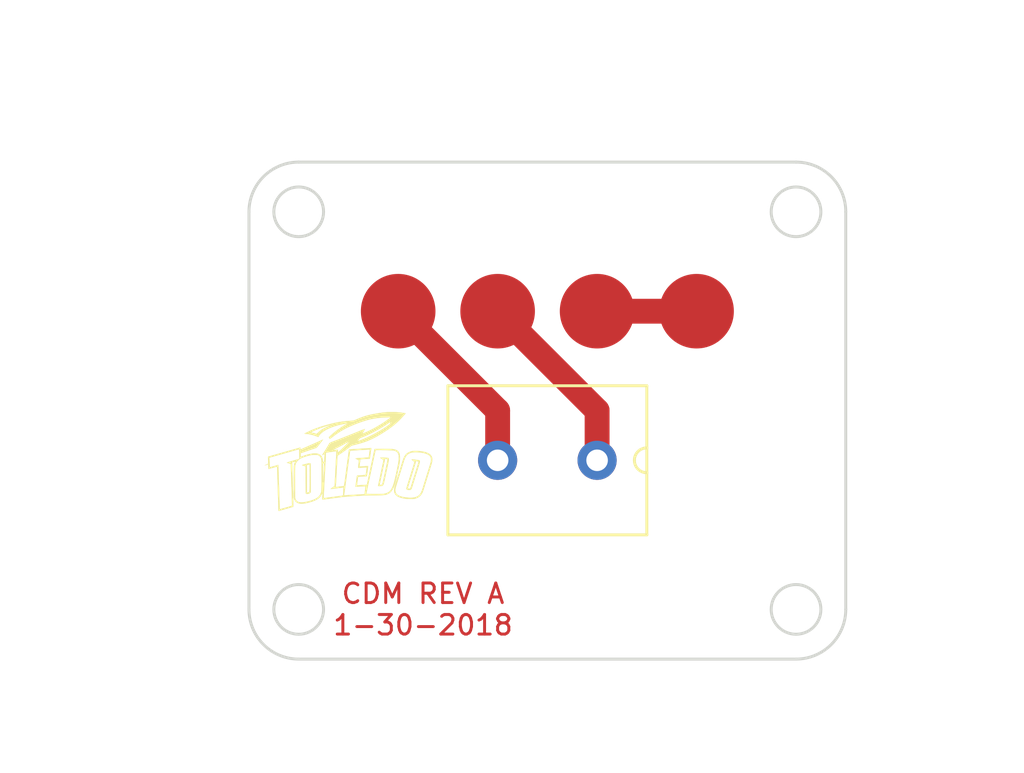
<source format=kicad_pcb>
(kicad_pcb (version 4) (host pcbnew 4.0.5+dfsg1-4)

  (general
    (links 0)
    (no_connects 0)
    (area 120.114287 88.74 174.525715 129.700001)
    (thickness 1.6)
    (drawings 20)
    (tracks 5)
    (zones 0)
    (modules 3)
    (nets 3)
  )

  (page A4)
  (layers
    (0 F.Cu signal)
    (31 B.Cu signal)
    (32 B.Adhes user)
    (33 F.Adhes user)
    (34 B.Paste user)
    (35 F.Paste user)
    (36 B.SilkS user)
    (37 F.SilkS user)
    (38 B.Mask user)
    (39 F.Mask user)
    (40 Dwgs.User user)
    (41 Cmts.User user)
    (42 Eco1.User user)
    (43 Eco2.User user)
    (44 Edge.Cuts user)
    (45 Margin user)
    (46 B.CrtYd user)
    (47 F.CrtYd user)
    (48 B.Fab user hide)
    (49 F.Fab user hide)
  )

  (setup
    (last_trace_width 0.25)
    (user_trace_width 1.27)
    (trace_clearance 0.2)
    (zone_clearance 0.508)
    (zone_45_only no)
    (trace_min 0.2)
    (segment_width 0.2)
    (edge_width 0.15)
    (via_size 0.6)
    (via_drill 0.4)
    (via_min_size 0.4)
    (via_min_drill 0.3)
    (uvia_size 0.3)
    (uvia_drill 0.1)
    (uvias_allowed no)
    (uvia_min_size 0)
    (uvia_min_drill 0)
    (pcb_text_width 0.3)
    (pcb_text_size 1.5 1.5)
    (mod_edge_width 0.15)
    (mod_text_size 1 1)
    (mod_text_width 0.15)
    (pad_size 2 2)
    (pad_drill 1.1)
    (pad_to_mask_clearance 0.2)
    (aux_axis_origin 0 0)
    (visible_elements FFFFFF7F)
    (pcbplotparams
      (layerselection 0x00830_80000001)
      (usegerberextensions false)
      (excludeedgelayer true)
      (linewidth 0.100000)
      (plotframeref false)
      (viasonmask false)
      (mode 1)
      (useauxorigin false)
      (hpglpennumber 1)
      (hpglpenspeed 20)
      (hpglpendiameter 15)
      (hpglpenoverlay 2)
      (psnegative false)
      (psa4output false)
      (plotreference true)
      (plotvalue true)
      (plotinvisibletext false)
      (padsonsilk false)
      (subtractmaskfromsilk false)
      (outputformat 1)
      (mirror false)
      (drillshape 0)
      (scaleselection 1)
      (outputdirectory ""))
  )

  (net 0 "")
  (net 1 "Net-(P1-Pad1)")
  (net 2 "Net-(P1-Pad2)")

  (net_class Default "This is the default net class."
    (clearance 0.2)
    (trace_width 0.25)
    (via_dia 0.6)
    (via_drill 0.4)
    (uvia_dia 0.3)
    (uvia_drill 0.1)
    (add_net "Net-(P1-Pad1)")
    (add_net "Net-(P1-Pad2)")
  )

  (module MOD:200MIL_ST (layer F.Cu) (tedit 5A6547C1) (tstamp 5A654746)
    (at 147.32 115.57 180)
    (path /5A5580EB)
    (fp_text reference P2 (at 0 2.54 180) (layer F.SilkS) hide
      (effects (font (size 1 1) (thickness 0.15)))
    )
    (fp_text value E-MATCH (at 0 5.08 180) (layer F.Fab)
      (effects (font (size 1 1) (thickness 0.15)))
    )
    (fp_line (start -5.08 0) (end -5.08 7.62) (layer F.SilkS) (width 0.15))
    (fp_line (start -5.08 0) (end 5.08 0) (layer F.SilkS) (width 0.15))
    (fp_line (start 5.08 0) (end 5.08 7.62) (layer F.SilkS) (width 0.15))
    (fp_line (start 5.08 7.62) (end -5.08 7.62) (layer F.SilkS) (width 0.15))
    (fp_arc (start -5.08 3.81) (end -5.08 3.175) (angle 90) (layer F.SilkS) (width 0.15))
    (fp_arc (start -5.08 3.81) (end -4.445 3.81) (angle 90) (layer F.SilkS) (width 0.15))
    (pad 1 thru_hole circle (at -2.54 3.81 180) (size 2 2) (drill 1.1) (layers *.Cu *.Mask)
      (net 2 "Net-(P1-Pad2)"))
    (pad 2 thru_hole circle (at 2.54 3.81 180) (size 2 2) (drill 1.1) (layers *.Cu *.Mask)
      (net 1 "Net-(P1-Pad1)"))
    (model "../../../../../home/cameron/Desktop/GITHUB/UT-ROCKETRY-2017-2018/MOD/Screw Terminal Block 5mm.wrl"
      (at (xyz -0.195 -0.325 0))
      (scale (xyz 0.39 0.39 0.39))
      (rotate (xyz -90 0 0))
    )
  )

  (module "MOD:4 PAD E-MATCH" (layer F.Cu) (tedit 5A6545EF) (tstamp 5A654740)
    (at 147.32 104.14)
    (path /5A55813C)
    (fp_text reference P1 (at 0 0.5) (layer F.SilkS) hide
      (effects (font (size 1 1) (thickness 0.15)))
    )
    (fp_text value "SCREW TERMINAL" (at 0 -5.08) (layer F.Fab)
      (effects (font (size 1 1) (thickness 0.15)))
    )
    (pad 1 connect circle (at -7.62 0) (size 3.81 3.81) (layers F.Cu F.Mask)
      (net 1 "Net-(P1-Pad1)"))
    (pad 2 connect circle (at -2.54 0) (size 3.81 3.81) (layers F.Cu F.Mask)
      (net 2 "Net-(P1-Pad2)"))
    (pad 3 connect circle (at 2.54 0) (size 3.81 3.81) (layers F.Cu F.Mask))
    (pad 4 connect circle (at 7.62 0) (size 3.81 3.81) (layers F.Cu F.Mask))
  )

  (module "MOD:UT LOGO3" (layer F.Cu) (tedit 0) (tstamp 5A7121AA)
    (at 137.16 110.49)
    (fp_text reference G*** (at 0 0) (layer F.SilkS) hide
      (effects (font (thickness 0.3)))
    )
    (fp_text value LOGO (at 0.75 0) (layer F.SilkS) hide
      (effects (font (thickness 0.3)))
    )
    (fp_poly (pts (xy 2.289286 -1.193242) (xy 2.362228 -1.192369) (xy 2.426931 -1.190929) (xy 2.481701 -1.188968)
      (xy 2.524845 -1.18653) (xy 2.547257 -1.18456) (xy 2.601897 -1.178363) (xy 2.657727 -1.171631)
      (xy 2.712816 -1.164635) (xy 2.765236 -1.157646) (xy 2.813057 -1.150937) (xy 2.854349 -1.144777)
      (xy 2.887183 -1.139439) (xy 2.909631 -1.135195) (xy 2.919762 -1.132315) (xy 2.920003 -1.132132)
      (xy 2.917092 -1.125304) (xy 2.905407 -1.109401) (xy 2.886213 -1.085827) (xy 2.860778 -1.055987)
      (xy 2.830369 -1.021286) (xy 2.796252 -0.98313) (xy 2.759693 -0.942924) (xy 2.721959 -0.902071)
      (xy 2.684316 -0.861978) (xy 2.648032 -0.824049) (xy 2.614372 -0.78969) (xy 2.586228 -0.761875)
      (xy 2.493646 -0.674632) (xy 2.400782 -0.59205) (xy 2.305728 -0.512678) (xy 2.206573 -0.435063)
      (xy 2.10141 -0.357754) (xy 1.988327 -0.279298) (xy 1.865417 -0.198245) (xy 1.742908 -0.120689)
      (xy 1.597284 -0.031994) (xy 1.459714 0.047473) (xy 1.327923 0.118687) (xy 1.199639 0.18262)
      (xy 1.072588 0.240245) (xy 0.944496 0.292534) (xy 0.813091 0.34046) (xy 0.676098 0.384997)
      (xy 0.531245 0.427116) (xy 0.376258 0.467792) (xy 0.355636 0.472928) (xy 0.30644 0.485236)
      (xy 0.261532 0.496706) (xy 0.222959 0.506796) (xy 0.192771 0.514965) (xy 0.173013 0.520669)
      (xy 0.166119 0.523082) (xy 0.157672 0.528784) (xy 0.139089 0.542148) (xy 0.111825 0.562101)
      (xy 0.077335 0.587569) (xy 0.037074 0.617479) (xy -0.007501 0.650758) (xy -0.03856 0.674033)
      (xy -0.094889 0.715848) (xy -0.156665 0.760915) (xy -0.22054 0.806845) (xy -0.283169 0.85125)
      (xy -0.341207 0.891742) (xy -0.391309 0.925934) (xy -0.394285 0.927931) (xy -0.557011 1.036987)
      (xy -0.561497 1.119022) (xy -0.563381 1.153804) (xy -0.565795 1.198815) (xy -0.568509 1.249789)
      (xy -0.571298 1.30246) (xy -0.57341 1.342572) (xy -0.576315 1.396446) (xy -0.57959 1.454738)
      (xy -0.582937 1.512301) (xy -0.586059 1.563986) (xy -0.587887 1.592943) (xy -0.590474 1.635215)
      (xy -0.593444 1.687537) (xy -0.596556 1.745458) (xy -0.599573 1.804525) (xy -0.602255 1.860288)
      (xy -0.602309 1.861458) (xy -0.605694 1.931839) (xy -0.60985 2.013505) (xy -0.6146 2.103253)
      (xy -0.61977 2.197884) (xy -0.625183 2.294198) (xy -0.630662 2.388994) (xy -0.636032 2.479074)
      (xy -0.638632 2.521522) (xy -0.640809 2.559566) (xy -0.642337 2.592142) (xy -0.643121 2.616665)
      (xy -0.643067 2.63055) (xy -0.642709 2.632682) (xy -0.634995 2.632712) (xy -0.615331 2.631114)
      (xy -0.586162 2.628132) (xy -0.549931 2.624011) (xy -0.521421 2.620548) (xy -0.473275 2.614654)
      (xy -0.422397 2.608594) (xy -0.373911 2.602969) (xy -0.33294 2.598378) (xy -0.321527 2.597148)
      (xy -0.288171 2.593249) (xy -0.259892 2.589279) (xy -0.239976 2.585741) (xy -0.23207 2.583445)
      (xy -0.228737 2.574759) (xy -0.22382 2.552128) (xy -0.217389 2.516026) (xy -0.209513 2.466927)
      (xy -0.200264 2.405306) (xy -0.189712 2.331638) (xy -0.177927 2.246396) (xy -0.164979 2.150054)
      (xy -0.15094 2.043088) (xy -0.144813 1.995715) (xy -0.139115 1.951859) (xy -0.131793 1.896096)
      (xy -0.123175 1.830901) (xy -0.113591 1.75875) (xy -0.10337 1.682118) (xy -0.092842 1.60348)
      (xy -0.082335 1.525311) (xy -0.076285 1.480458) (xy -0.061425 1.370209) (xy -0.047366 1.265448)
      (xy -0.034246 1.167218) (xy -0.022203 1.076563) (xy -0.011373 0.994528) (xy -0.001895 0.922156)
      (xy 0.006093 0.860492) (xy 0.012456 0.810578) (xy 0.017054 0.773459) (xy 0.018696 0.75961)
      (xy 0.022609 0.736437) (xy 0.027715 0.719913) (xy 0.031751 0.714441) (xy 0.040962 0.713238)
      (xy 0.062629 0.711345) (xy 0.094719 0.70891) (xy 0.135198 0.706083) (xy 0.182033 0.70301)
      (xy 0.224971 0.700338) (xy 0.284435 0.696736) (xy 0.351822 0.692668) (xy 0.425277 0.688246)
      (xy 0.502941 0.68358) (xy 0.582958 0.678782) (xy 0.663473 0.673962) (xy 0.742627 0.669232)
      (xy 0.818564 0.664703) (xy 0.889429 0.660484) (xy 0.953363 0.656688) (xy 1.00851 0.653425)
      (xy 1.053014 0.650807) (xy 1.085017 0.648943) (xy 1.086757 0.648843) (xy 1.126846 0.647176)
      (xy 1.153768 0.647514) (xy 1.167024 0.649842) (xy 1.1684 0.651487) (xy 1.167431 0.661113)
      (xy 1.164706 0.682854) (xy 1.160497 0.714772) (xy 1.155074 0.754935) (xy 1.148711 0.801408)
      (xy 1.141677 0.852255) (xy 1.134245 0.905543) (xy 1.126685 0.959337) (xy 1.119271 1.011701)
      (xy 1.112273 1.060703) (xy 1.105962 1.104406) (xy 1.100611 1.140877) (xy 1.09649 1.16818)
      (xy 1.093872 1.184382) (xy 1.093082 1.18808) (xy 1.085538 1.189041) (xy 1.065178 1.190697)
      (xy 1.033679 1.192934) (xy 0.992716 1.195643) (xy 0.943965 1.198711) (xy 0.889103 1.202028)
      (xy 0.841717 1.204798) (xy 0.783083 1.208273) (xy 0.729151 1.21166) (xy 0.681609 1.214837)
      (xy 0.642146 1.217684) (xy 0.612448 1.22008) (xy 0.594206 1.221905) (xy 0.588995 1.222871)
      (xy 0.590996 1.229388) (xy 0.598282 1.23613) (xy 0.602812 1.240167) (xy 0.605724 1.245904)
      (xy 0.606935 1.255436) (xy 0.606361 1.270856) (xy 0.603921 1.294259) (xy 0.599532 1.327739)
      (xy 0.59311 1.373389) (xy 0.592773 1.375755) (xy 0.586399 1.420768) (xy 0.58038 1.46374)
      (xy 0.57517 1.501406) (xy 0.57122 1.530503) (xy 0.569312 1.545098) (xy 0.564381 1.584338)
      (xy 0.672262 1.578887) (xy 0.723071 1.576326) (xy 0.781137 1.573412) (xy 0.839218 1.570507)
      (xy 0.889 1.568027) (xy 0.927353 1.566409) (xy 0.960471 1.565553) (xy 0.985694 1.565487)
      (xy 1.000365 1.566237) (xy 1.002879 1.566896) (xy 1.00363 1.575235) (xy 1.002551 1.595942)
      (xy 0.999892 1.62702) (xy 0.995907 1.666472) (xy 0.990847 1.712301) (xy 0.984964 1.76251)
      (xy 0.978511 1.815104) (xy 0.971738 1.868085) (xy 0.964898 1.919457) (xy 0.958242 1.967223)
      (xy 0.952024 2.009385) (xy 0.946494 2.043949) (xy 0.941905 2.068916) (xy 0.938508 2.082291)
      (xy 0.937649 2.083863) (xy 0.929208 2.085604) (xy 0.908425 2.087832) (xy 0.877457 2.090376)
      (xy 0.838462 2.093068) (xy 0.793597 2.095736) (xy 0.772885 2.096842) (xy 0.721813 2.09954)
      (xy 0.671613 2.102305) (xy 0.625513 2.104953) (xy 0.586736 2.107296) (xy 0.55851 2.109148)
      (xy 0.553972 2.109476) (xy 0.494717 2.113876) (xy 0.4906 2.136438) (xy 0.486998 2.158336)
      (xy 0.482355 2.189797) (xy 0.476946 2.22862) (xy 0.471048 2.272604) (xy 0.464936 2.319549)
      (xy 0.458886 2.367254) (xy 0.453174 2.413519) (xy 0.448076 2.456143) (xy 0.443867 2.492925)
      (xy 0.440825 2.521664) (xy 0.439224 2.540161) (xy 0.439227 2.546218) (xy 0.446995 2.546618)
      (xy 0.467209 2.546164) (xy 0.497831 2.544973) (xy 0.536826 2.543165) (xy 0.582156 2.540859)
      (xy 0.631786 2.538174) (xy 0.683679 2.535227) (xy 0.735799 2.532138) (xy 0.78611 2.529025)
      (xy 0.832574 2.526007) (xy 0.873155 2.523204) (xy 0.905818 2.520732) (xy 0.928525 2.518713)
      (xy 0.939241 2.517263) (xy 0.939782 2.517037) (xy 0.941992 2.509473) (xy 0.946749 2.489668)
      (xy 0.95361 2.459581) (xy 0.962134 2.421176) (xy 0.971878 2.376413) (xy 0.97963 2.340274)
      (xy 0.991488 2.284666) (xy 1.005492 2.219001) (xy 1.02076 2.147421) (xy 1.036408 2.074063)
      (xy 1.051553 2.003067) (xy 1.063186 1.948543) (xy 1.07782 1.879943) (xy 1.094225 1.803021)
      (xy 1.111383 1.722554) (xy 1.128275 1.643315) (xy 1.143884 1.570079) (xy 1.153703 1.524)
      (xy 1.167772 1.458025) (xy 1.183415 1.384785) (xy 1.199635 1.308931) (xy 1.215438 1.235116)
      (xy 1.229829 1.167991) (xy 1.237532 1.132115) (xy 1.250164 1.073317) (xy 1.263533 1.011059)
      (xy 1.276793 0.949284) (xy 1.289099 0.891932) (xy 1.299604 0.842949) (xy 1.303732 0.823686)
      (xy 1.312784 0.782774) (xy 1.321341 0.746526) (xy 1.328768 0.717456) (xy 1.334428 0.698079)
      (xy 1.337257 0.691243) (xy 1.345824 0.689341) (xy 1.367359 0.687646) (xy 1.400319 0.686162)
      (xy 1.443159 0.68489) (xy 1.494336 0.683834) (xy 1.552305 0.682996) (xy 1.615522 0.682378)
      (xy 1.682443 0.681983) (xy 1.751523 0.681814) (xy 1.82122 0.681873) (xy 1.889988 0.682163)
      (xy 1.956283 0.682686) (xy 2.018562 0.683445) (xy 2.07528 0.684443) (xy 2.124893 0.685681)
      (xy 2.165857 0.687164) (xy 2.196628 0.688892) (xy 2.207216 0.689799) (xy 2.292613 0.701082)
      (xy 2.365326 0.716626) (xy 2.426723 0.737039) (xy 2.478167 0.76293) (xy 2.521024 0.794909)
      (xy 2.556659 0.833583) (xy 2.569383 0.851344) (xy 2.590229 0.885519) (xy 2.605976 0.919229)
      (xy 2.617357 0.95546) (xy 2.625106 0.997199) (xy 2.629956 1.047429) (xy 2.63263 1.108676)
      (xy 2.633448 1.140971) (xy 2.633951 1.170764) (xy 2.633977 1.199043) (xy 2.633365 1.226798)
      (xy 2.63195 1.255019) (xy 2.629572 1.284696) (xy 2.626067 1.316818) (xy 2.621274 1.352375)
      (xy 2.61503 1.392356) (xy 2.607172 1.437751) (xy 2.597539 1.48955) (xy 2.585968 1.548742)
      (xy 2.572296 1.616316) (xy 2.556362 1.693264) (xy 2.538003 1.780573) (xy 2.517056 1.879234)
      (xy 2.49336 1.990236) (xy 2.470446 2.097315) (xy 2.447271 2.202771) (xy 2.425507 2.295591)
      (xy 2.404625 2.37752) (xy 2.384098 2.450307) (xy 2.363398 2.515697) (xy 2.341998 2.575439)
      (xy 2.31937 2.63128) (xy 2.294987 2.684967) (xy 2.289643 2.696029) (xy 2.243735 2.780088)
      (xy 2.19409 2.850918) (xy 2.139628 2.909563) (xy 2.079269 2.957061) (xy 2.011935 2.994454)
      (xy 1.958046 3.01587) (xy 1.935893 3.023317) (xy 1.915285 3.029804) (xy 1.895064 3.03541)
      (xy 1.87407 3.040217) (xy 1.851143 3.044305) (xy 1.825123 3.047755) (xy 1.794852 3.050647)
      (xy 1.75917 3.053061) (xy 1.716918 3.055079) (xy 1.666935 3.05678) (xy 1.608062 3.058246)
      (xy 1.539141 3.059556) (xy 1.459011 3.060792) (xy 1.366513 3.062034) (xy 1.277257 3.063154)
      (xy 1.191482 3.064264) (xy 1.109297 3.065421) (xy 1.03196 3.0666) (xy 0.960726 3.067779)
      (xy 0.896855 3.068934) (xy 0.841604 3.070042) (xy 0.79623 3.071079) (xy 0.761991 3.072021)
      (xy 0.740144 3.072845) (xy 0.732971 3.07333) (xy 0.719923 3.074443) (xy 0.693764 3.076305)
      (xy 0.655874 3.078828) (xy 0.607632 3.081927) (xy 0.550417 3.085514) (xy 0.485608 3.089504)
      (xy 0.414586 3.09381) (xy 0.338729 3.098345) (xy 0.264885 3.102702) (xy 0.150045 3.109651)
      (xy 0.044825 3.116458) (xy -0.049961 3.123061) (xy -0.133498 3.129398) (xy -0.204971 3.135409)
      (xy -0.263568 3.14103) (xy -0.308429 3.146195) (xy -0.354607 3.15223) (xy -0.414579 3.160102)
      (xy -0.488422 3.169819) (xy -0.576208 3.181393) (xy -0.678013 3.194832) (xy -0.793911 3.210146)
      (xy -0.923977 3.227347) (xy -1.068285 3.246442) (xy -1.218186 3.266287) (xy -1.256752 3.271124)
      (xy -1.290048 3.274787) (xy -1.315515 3.277037) (xy -1.330596 3.277633) (xy -1.33355 3.277155)
      (xy -1.33431 3.269105) (xy -1.334326 3.248639) (xy -1.333652 3.217831) (xy -1.332465 3.182408)
      (xy -1.267584 3.182408) (xy -1.266377 3.195056) (xy -1.26171 3.199889) (xy -1.257387 3.2004)
      (xy -1.247631 3.199475) (xy -1.225124 3.196837) (xy -1.191506 3.192693) (xy -1.148413 3.18725)
      (xy -1.097482 3.180717) (xy -1.040351 3.173299) (xy -0.978657 3.165204) (xy -0.965399 3.163454)
      (xy -0.843239 3.147288) (xy -0.734879 3.132895) (xy -0.639724 3.120192) (xy -0.557179 3.109098)
      (xy -0.486648 3.09953) (xy -0.427537 3.091405) (xy -0.37925 3.084642) (xy -0.341192 3.079158)
      (xy -0.312769 3.07487) (xy -0.293384 3.071697) (xy -0.282443 3.069556) (xy -0.279381 3.068543)
      (xy -0.278135 3.060778) (xy -0.277232 3.050892) (xy -0.217715 3.050892) (xy -0.216079 3.057421)
      (xy -0.209118 3.0606) (xy -0.193749 3.060946) (xy -0.168729 3.059139) (xy -0.152599 3.057944)
      (xy -0.123433 3.056005) (xy -0.082684 3.05341) (xy -0.031805 3.050249) (xy 0.02775 3.04661)
      (xy 0.094527 3.042582) (xy 0.167072 3.038254) (xy 0.243933 3.033715) (xy 0.312057 3.029729)
      (xy 0.391137 3.02509) (xy 0.466896 3.020586) (xy 0.537915 3.016304) (xy 0.602776 3.012334)
      (xy 0.66006 3.008763) (xy 0.708351 3.005679) (xy 0.746229 3.003171) (xy 0.772277 3.001328)
      (xy 0.784257 3.000328) (xy 0.824658 2.996084) (xy 0.82677 2.979017) (xy 0.9144 2.979017)
      (xy 0.921407 2.98157) (xy 0.941435 2.983824) (xy 0.972994 2.985778) (xy 1.014593 2.987432)
      (xy 1.064743 2.988788) (xy 1.121953 2.989845) (xy 1.184733 2.990604) (xy 1.251593 2.991066)
      (xy 1.321043 2.991231) (xy 1.391591 2.991099) (xy 1.461749 2.99067) (xy 1.530026 2.989946)
      (xy 1.594932 2.988926) (xy 1.654976 2.987612) (xy 1.708669 2.986003) (xy 1.754519 2.9841)
      (xy 1.791038 2.981903) (xy 1.816734 2.979413) (xy 1.821241 2.978753) (xy 1.902725 2.961398)
      (xy 1.973125 2.937124) (xy 2.034614 2.90492) (xy 2.089362 2.863779) (xy 2.109653 2.8448)
      (xy 2.144327 2.807099) (xy 2.176494 2.7647) (xy 2.206574 2.716534) (xy 2.234987 2.661533)
      (xy 2.262152 2.598628) (xy 2.28849 2.52675) (xy 2.314419 2.444832) (xy 2.34036 2.351803)
      (xy 2.366733 2.246596) (xy 2.393957 2.128142) (xy 2.397555 2.111829) (xy 2.424257 1.990018)
      (xy 2.447946 1.881342) (xy 2.468808 1.784776) (xy 2.487029 1.6993) (xy 2.502794 1.623888)
      (xy 2.516289 1.557519) (xy 2.5277 1.499169) (xy 2.537213 1.447815) (xy 2.545013 1.402434)
      (xy 2.551286 1.362003) (xy 2.556219 1.3255) (xy 2.559996 1.2919) (xy 2.562803 1.260182)
      (xy 2.564827 1.229321) (xy 2.566253 1.198295) (xy 2.566896 1.179286) (xy 2.568164 1.119912)
      (xy 2.567731 1.072212) (xy 2.565233 1.033409) (xy 2.560305 1.000724) (xy 2.552581 0.97138)
      (xy 2.541696 0.942598) (xy 2.533382 0.9242) (xy 2.502432 0.873905) (xy 2.461731 0.834083)
      (xy 2.413 0.804965) (xy 2.392942 0.79592) (xy 2.373659 0.788187) (xy 2.353823 0.78164)
      (xy 2.332104 0.77615) (xy 2.307173 0.77159) (xy 2.277701 0.767834) (xy 2.24236 0.764753)
      (xy 2.19982 0.762221) (xy 2.148753 0.76011) (xy 2.08783 0.758292) (xy 2.015722 0.75664)
      (xy 1.9311 0.755027) (xy 1.883228 0.754188) (xy 1.808351 0.753001) (xy 1.736097 0.752053)
      (xy 1.668109 0.751351) (xy 1.606033 0.750905) (xy 1.551511 0.750721) (xy 1.506187 0.750809)
      (xy 1.471706 0.751176) (xy 1.449711 0.75183) (xy 1.446569 0.752024) (xy 1.416957 0.75458)
      (xy 1.398784 0.757572) (xy 1.388983 0.761966) (xy 1.384488 0.768731) (xy 1.38359 0.771882)
      (xy 1.380993 0.783572) (xy 1.375929 0.807013) (xy 1.368922 0.839752) (xy 1.360497 0.879336)
      (xy 1.35118 0.923313) (xy 1.349996 0.928915) (xy 1.339877 0.976624) (xy 1.327529 1.03456)
      (xy 1.3138 1.098769) (xy 1.299535 1.165292) (xy 1.285582 1.230174) (xy 1.276993 1.27)
      (xy 1.264068 1.330168) (xy 1.250641 1.393232) (xy 1.237473 1.455577) (xy 1.225326 1.51359)
      (xy 1.214961 1.563657) (xy 1.20899 1.592943) (xy 1.198128 1.645703) (xy 1.18556 1.70509)
      (xy 1.172644 1.764778) (xy 1.160737 1.818443) (xy 1.157564 1.832429) (xy 1.146866 1.880206)
      (xy 1.134539 1.936779) (xy 1.121748 1.996702) (xy 1.109662 2.05453) (xy 1.103137 2.086429)
      (xy 1.091865 2.141191) (xy 1.078571 2.204281) (xy 1.0645 2.269882) (xy 1.050896 2.33218)
      (xy 1.042598 2.369458) (xy 1.030975 2.421831) (xy 1.018935 2.477272) (xy 1.00743 2.531312)
      (xy 0.997414 2.579485) (xy 0.990763 2.612572) (xy 0.982324 2.654568) (xy 0.971758 2.705554)
      (xy 0.960151 2.760367) (xy 0.948591 2.813844) (xy 0.942982 2.839317) (xy 0.933815 2.881196)
      (xy 0.925867 2.918614) (xy 0.919646 2.949089) (xy 0.915659 2.970142) (xy 0.9144 2.979017)
      (xy 0.82677 2.979017) (xy 0.849251 2.797354) (xy 0.855556 2.745378) (xy 0.861027 2.698281)
      (xy 0.865465 2.657932) (xy 0.868674 2.626198) (xy 0.870455 2.604947) (xy 0.870613 2.596047)
      (xy 0.870536 2.595912) (xy 0.862714 2.595652) (xy 0.842298 2.596281) (xy 0.811176 2.597703)
      (xy 0.771235 2.599824) (xy 0.724363 2.602549) (xy 0.672447 2.605783) (xy 0.667657 2.606092)
      (xy 0.611835 2.609578) (xy 0.557665 2.612739) (xy 0.50776 2.615439) (xy 0.464739 2.617542)
      (xy 0.431216 2.618913) (xy 0.411266 2.619407) (xy 0.354446 2.619829) (xy 0.35852 2.599872)
      (xy 0.360391 2.588151) (xy 0.363873 2.563836) (xy 0.368722 2.528727) (xy 0.374692 2.484627)
      (xy 0.381541 2.433335) (xy 0.389024 2.376654) (xy 0.395516 2.327002) (xy 0.403396 2.267585)
      (xy 0.410995 2.212396) (xy 0.418052 2.163175) (xy 0.424305 2.121663) (xy 0.429493 2.089599)
      (xy 0.433357 2.068723) (xy 0.435398 2.061086) (xy 0.437676 2.057355) (xy 0.441076 2.05424)
      (xy 0.447013 2.051586) (xy 0.456903 2.049238) (xy 0.472159 2.047044) (xy 0.494198 2.044848)
      (xy 0.524434 2.042497) (xy 0.564282 2.039837) (xy 0.615157 2.036713) (xy 0.678474 2.032972)
      (xy 0.7112 2.031058) (xy 0.755992 2.028196) (xy 0.796589 2.025143) (xy 0.83046 2.022126)
      (xy 0.855074 2.019372) (xy 0.867902 2.017107) (xy 0.868298 2.016972) (xy 0.87837 2.009944)
      (xy 0.884692 1.995699) (xy 0.888736 1.972592) (xy 0.891323 1.95262) (xy 0.895438 1.921518)
      (xy 0.900648 1.882537) (xy 0.906519 1.838926) (xy 0.911252 1.80397) (xy 0.916976 1.760698)
      (xy 0.921926 1.721132) (xy 0.925778 1.68804) (xy 0.928208 1.664189) (xy 0.928914 1.653215)
      (xy 0.928914 1.632518) (xy 0.872671 1.636434) (xy 0.796299 1.64169) (xy 0.732813 1.645912)
      (xy 0.680631 1.649188) (xy 0.638168 1.651608) (xy 0.603841 1.65326) (xy 0.576066 1.654232)
      (xy 0.553259 1.654615) (xy 0.548368 1.654629) (xy 0.493485 1.654629) (xy 0.493599 1.623786)
      (xy 0.494669 1.605175) (xy 0.497519 1.57591) (xy 0.501742 1.539685) (xy 0.506932 1.500196)
      (xy 0.508177 1.491343) (xy 0.514004 1.448259) (xy 0.519421 1.404353) (xy 0.52385 1.364541)
      (xy 0.526716 1.333741) (xy 0.52687 1.331686) (xy 0.531098 1.273629) (xy 0.447149 1.227856)
      (xy 0.415608 1.210353) (xy 0.388852 1.194928) (xy 0.369399 1.183076) (xy 0.359765 1.17629)
      (xy 0.359259 1.175707) (xy 0.358922 1.173202) (xy 0.361915 1.170898) (xy 0.369351 1.168697)
      (xy 0.382341 1.166495) (xy 0.401998 1.164193) (xy 0.429433 1.161688) (xy 0.465758 1.158881)
      (xy 0.512085 1.15567) (xy 0.569526 1.151953) (xy 0.639192 1.14763) (xy 0.722196 1.1426)
      (xy 0.725613 1.142394) (xy 0.79092 1.138438) (xy 0.851562 1.13471) (xy 0.906044 1.131306)
      (xy 0.952874 1.128321) (xy 0.990558 1.125852) (xy 1.017603 1.123994) (xy 1.032513 1.122844)
      (xy 1.035013 1.122539) (xy 1.03624 1.115302) (xy 1.039161 1.095547) (xy 1.04351 1.065139)
      (xy 1.049025 1.025943) (xy 1.055441 0.979822) (xy 1.062493 0.928642) (xy 1.06285 0.926037)
      (xy 1.070943 0.866093) (xy 1.076966 0.819018) (xy 1.081046 0.783333) (xy 1.083308 0.757561)
      (xy 1.083879 0.740223) (xy 1.082885 0.72984) (xy 1.080452 0.724935) (xy 1.080021 0.724612)
      (xy 1.068173 0.72194) (xy 1.046773 0.721143) (xy 1.023257 0.722209) (xy 1.007541 0.723323)
      (xy 0.978766 0.725194) (xy 0.938362 0.727734) (xy 0.887762 0.730857) (xy 0.828394 0.734474)
      (xy 0.761691 0.738499) (xy 0.689082 0.742844) (xy 0.611999 0.747423) (xy 0.537028 0.751845)
      (xy 0.458568 0.756531) (xy 0.384432 0.761103) (xy 0.315887 0.765472) (xy 0.254198 0.769552)
      (xy 0.20063 0.773254) (xy 0.156449 0.776491) (xy 0.122921 0.779176) (xy 0.101312 0.781222)
      (xy 0.092887 0.78254) (xy 0.092848 0.78257) (xy 0.091602 0.784954) (xy 0.090031 0.790381)
      (xy 0.088051 0.799454) (xy 0.085576 0.812783) (xy 0.082524 0.830972) (xy 0.078809 0.854629)
      (xy 0.074346 0.884359) (xy 0.069053 0.920771) (xy 0.062844 0.96447) (xy 0.055635 1.016063)
      (xy 0.047341 1.076157) (xy 0.037879 1.145357) (xy 0.027163 1.224272) (xy 0.015111 1.313507)
      (xy 0.001636 1.413669) (xy -0.013345 1.525364) (xy -0.029916 1.649199) (xy -0.048162 1.785782)
      (xy -0.068168 1.935718) (xy -0.083423 2.050143) (xy -0.093678 2.126832) (xy -0.105418 2.214221)
      (xy -0.118147 2.308629) (xy -0.131367 2.40638) (xy -0.14458 2.503793) (xy -0.157289 2.597191)
      (xy -0.168996 2.682894) (xy -0.170882 2.696667) (xy -0.180315 2.765751) (xy -0.189112 2.830679)
      (xy -0.197081 2.889987) (xy -0.204027 2.942209) (xy -0.209758 2.98588) (xy -0.214078 3.019537)
      (xy -0.216795 3.041713) (xy -0.217715 3.050892) (xy -0.277232 3.050892) (xy -0.27631 3.040809)
      (xy -0.274038 3.010888) (xy -0.27145 2.973268) (xy -0.268678 2.930199) (xy -0.265853 2.883932)
      (xy -0.263107 2.836721) (xy -0.260571 2.790815) (xy -0.258376 2.748467) (xy -0.256655 2.711929)
      (xy -0.255538 2.683451) (xy -0.255157 2.665285) (xy -0.25551 2.659633) (xy -0.263123 2.659717)
      (xy -0.281964 2.661483) (xy -0.308885 2.664606) (xy -0.3302 2.66734) (xy -0.401951 2.676732)
      (xy -0.474171 2.685937) (xy -0.545403 2.694787) (xy -0.61419 2.703119) (xy -0.679076 2.710765)
      (xy -0.738605 2.71756) (xy -0.791319 2.723339) (xy -0.835762 2.727936) (xy -0.870477 2.731185)
      (xy -0.894008 2.732921) (xy -0.904898 2.732977) (xy -0.905433 2.732769) (xy -0.906038 2.72822)
      (xy -0.900388 2.720669) (xy -0.887292 2.709166) (xy -0.865563 2.692763) (xy -0.834012 2.670508)
      (xy -0.79145 2.641453) (xy -0.789487 2.640126) (xy -0.756241 2.616691) (xy -0.730411 2.596517)
      (xy -0.713763 2.581064) (xy -0.708129 2.572658) (xy -0.707098 2.562197) (xy -0.705519 2.539005)
      (xy -0.703489 2.504846) (xy -0.701107 2.461489) (xy -0.69847 2.4107) (xy -0.695675 2.354247)
      (xy -0.693296 2.304143) (xy -0.690834 2.252599) (xy -0.687676 2.18855) (xy -0.683925 2.113983)
      (xy -0.679682 2.030888) (xy -0.675052 1.94125) (xy -0.670137 1.847058) (xy -0.66504 1.750299)
      (xy -0.659864 1.652961) (xy -0.654712 1.557031) (xy -0.652728 1.520372) (xy -0.646351 1.402805)
      (xy -0.640721 1.298888) (xy -0.6358 1.20778) (xy -0.63155 1.128639) (xy -0.627933 1.060622)
      (xy -0.624913 1.002887) (xy -0.622451 0.954591) (xy -0.62051 0.914893) (xy -0.619052 0.882951)
      (xy -0.61804 0.857921) (xy -0.617435 0.838963) (xy -0.617201 0.825233) (xy -0.6173 0.815889)
      (xy -0.617694 0.81009) (xy -0.618345 0.806992) (xy -0.619216 0.805755) (xy -0.620269 0.805535)
      (xy -0.620802 0.805543) (xy -0.629113 0.806505) (xy -0.649776 0.809202) (xy -0.680767 0.813357)
      (xy -0.720065 0.818689) (xy -0.765647 0.824919) (xy -0.81549 0.831768) (xy -0.867573 0.838955)
      (xy -0.919872 0.846202) (xy -0.970366 0.853229) (xy -1.017031 0.859756) (xy -1.057846 0.865504)
      (xy -1.090789 0.870194) (xy -1.113835 0.873546) (xy -1.123043 0.874953) (xy -1.139966 0.880031)
      (xy -1.146244 0.889813) (xy -1.146629 0.895114) (xy -1.147005 0.90589) (xy -1.148077 0.929445)
      (xy -1.149758 0.964067) (xy -1.151962 1.00804) (xy -1.154603 1.059653) (xy -1.157596 1.117191)
      (xy -1.160855 1.17894) (xy -1.161084 1.183256) (xy -1.164094 1.240066) (xy -1.167735 1.309153)
      (xy -1.171891 1.388298) (xy -1.176447 1.475285) (xy -1.181286 1.567894) (xy -1.186293 1.663908)
      (xy -1.191351 1.76111) (xy -1.196345 1.85728) (xy -1.201074 1.948543) (xy -1.209693 2.114929)
      (xy -1.217602 2.267248) (xy -1.224827 2.405929) (xy -1.231388 2.531401) (xy -1.23731 2.644093)
      (xy -1.242615 2.744434) (xy -1.247326 2.832853) (xy -1.251467 2.909779) (xy -1.25506 2.97564)
      (xy -1.258128 3.030867) (xy -1.260695 3.075887) (xy -1.262784 3.111131) (xy -1.264416 3.137026)
      (xy -1.265617 3.154001) (xy -1.266006 3.158672) (xy -1.267584 3.182408) (xy -1.332465 3.182408)
      (xy -1.332342 3.178759) (xy -1.330449 3.133499) (xy -1.329094 3.105021) (xy -1.326845 3.057175)
      (xy -1.325072 3.014373) (xy -1.32384 2.978675) (xy -1.323215 2.952139) (xy -1.323263 2.936827)
      (xy -1.323632 2.933892) (xy -1.327697 2.938842) (xy -1.336582 2.954461) (xy -1.348949 2.978273)
      (xy -1.362514 3.005832) (xy -1.398019 3.071881) (xy -1.437474 3.129077) (xy -1.482957 3.179415)
      (xy -1.536547 3.224889) (xy -1.600322 3.267493) (xy -1.676359 3.309221) (xy -1.68121 3.311667)
      (xy -1.73821 3.337483) (xy -1.80668 3.363852) (xy -1.883649 3.389882) (xy -1.966146 3.414678)
      (xy -2.051198 3.437349) (xy -2.135835 3.457) (xy -2.217058 3.472734) (xy -2.319685 3.485996)
      (xy -2.412234 3.488815) (xy -2.494708 3.481191) (xy -2.567112 3.463123) (xy -2.629449 3.43461)
      (xy -2.681725 3.395649) (xy -2.723942 3.34624) (xy -2.746857 3.306776) (xy -2.753992 3.292353)
      (xy -2.760364 3.279119) (xy -2.766018 3.266213) (xy -2.770994 3.252776) (xy -2.775338 3.237946)
      (xy -2.779091 3.220862) (xy -2.782297 3.200664) (xy -2.784999 3.17649) (xy -2.78724 3.147481)
      (xy -2.789063 3.112776) (xy -2.790512 3.071513) (xy -2.791629 3.022831) (xy -2.792457 2.965872)
      (xy -2.79304 2.899772) (xy -2.79342 2.823672) (xy -2.793641 2.736711) (xy -2.793745 2.638029)
      (xy -2.793777 2.526763) (xy -2.793778 2.402055) (xy -2.793779 2.369458) (xy -2.793789 2.240524)
      (xy -2.793778 2.125227) (xy -2.793695 2.022689) (xy -2.793504 1.935883) (xy -2.728081 1.935883)
      (xy -2.728026 2.015932) (xy -2.72788 2.107371) (xy -2.727655 2.211074) (xy -2.727363 2.327917)
      (xy -2.72717 2.401032) (xy -2.725058 3.196772) (xy -2.70104 3.252426) (xy -2.670752 3.307643)
      (xy -2.632234 3.35112) (xy -2.584577 3.383651) (xy -2.526869 3.406027) (xy -2.523816 3.406863)
      (xy -2.492541 3.412468) (xy -2.450654 3.415975) (xy -2.401907 3.41739) (xy -2.350048 3.416717)
      (xy -2.298829 3.41396) (xy -2.251998 3.409125) (xy -2.234665 3.406497) (xy -2.189223 3.397864)
      (xy -2.135425 3.386178) (xy -2.076656 3.372307) (xy -2.016307 3.357123) (xy -1.957765 3.341494)
      (xy -1.904417 3.32629) (xy -1.859653 3.31238) (xy -1.836058 3.304184) (xy -1.738619 3.264261)
      (xy -1.65464 3.221422) (xy -1.583218 3.174829) (xy -1.523447 3.123643) (xy -1.474422 3.067024)
      (xy -1.435239 3.004132) (xy -1.404993 2.934129) (xy -1.391751 2.891972) (xy -1.389164 2.882515)
      (xy -1.386867 2.873278) (xy -1.38484 2.863375) (xy -1.383063 2.85192) (xy -1.381515 2.83803)
      (xy -1.380177 2.820819) (xy -1.379028 2.799401) (xy -1.378049 2.772893) (xy -1.377219 2.740408)
      (xy -1.376518 2.701063) (xy -1.375926 2.653972) (xy -1.375423 2.598249) (xy -1.374989 2.533011)
      (xy -1.374603 2.457371) (xy -1.374247 2.370446) (xy -1.373899 2.271349) (xy -1.373539 2.159197)
      (xy -1.37329 2.079172) (xy -1.372964 1.949922) (xy -1.372894 1.894704) (xy -1.305307 1.894704)
      (xy -1.30525 1.948543) (xy -1.305008 2.045163) (xy -1.304618 2.131599) (xy -1.304087 2.20732)
      (xy -1.303424 2.271792) (xy -1.302637 2.324484) (xy -1.301734 2.364863) (xy -1.300723 2.392396)
      (xy -1.299613 2.406552) (xy -1.298411 2.406797) (xy -1.298243 2.405743) (xy -1.296731 2.390528)
      (xy -1.29459 2.362272) (xy -1.291906 2.322429) (xy -1.288767 2.272454) (xy -1.285261 2.213803)
      (xy -1.281474 2.147931) (xy -1.277495 2.076293) (xy -1.273412 2.000343) (xy -1.270325 1.941286)
      (xy -1.266252 1.862712) (xy -1.262299 1.787081) (xy -1.258546 1.715888) (xy -1.255072 1.650628)
      (xy -1.251959 1.592794) (xy -1.249287 1.543881) (xy -1.247135 1.505383) (xy -1.245585 1.478795)
      (xy -1.244879 1.467758) (xy -1.243836 1.440688) (xy -1.244894 1.42219) (xy -1.247883 1.415148)
      (xy -1.24798 1.415143) (xy -1.261709 1.418545) (xy -1.279889 1.426509) (xy -1.295491 1.435668)
      (xy -1.300732 1.440396) (xy -1.301614 1.448722) (xy -1.302428 1.470369) (xy -1.303162 1.504146)
      (xy -1.303806 1.548858) (xy -1.30435 1.603312) (xy -1.304782 1.666317) (xy -1.305093 1.736679)
      (xy -1.305272 1.813206) (xy -1.305307 1.894704) (xy -1.372894 1.894704) (xy -1.372812 1.83006)
      (xy -1.372831 1.72012) (xy -1.373018 1.62064) (xy -1.373369 1.532156) (xy -1.373881 1.455205)
      (xy -1.374551 1.390323) (xy -1.375376 1.338048) (xy -1.376352 1.298914) (xy -1.377477 1.27346)
      (xy -1.378165 1.265428) (xy -1.391759 1.192865) (xy -1.413412 1.132199) (xy -1.443248 1.083175)
      (xy -1.481391 1.045537) (xy -1.486405 1.041863) (xy -1.519424 1.021423) (xy -1.554098 1.006779)
      (xy -1.593895 0.996982) (xy -1.642285 0.991083) (xy -1.680146 0.988884) (xy -1.745155 0.988535)
      (xy -1.812333 0.993016) (xy -1.884536 1.002696) (xy -1.964619 1.017942) (xy -2.039152 1.035094)
      (xy -2.161681 1.067975) (xy -2.270448 1.103507) (xy -2.366034 1.142118) (xy -2.44902 1.184239)
      (xy -2.519989 1.230296) (xy -2.57952 1.280721) (xy -2.628196 1.335942) (xy -2.666597 1.396388)
      (xy -2.695305 1.462488) (xy -2.714726 1.533804) (xy -2.717006 1.545369) (xy -2.719032 1.556955)
      (xy -2.720816 1.569436) (xy -2.722369 1.583687) (xy -2.723706 1.600582) (xy -2.724837 1.620996)
      (xy -2.725777 1.645803) (xy -2.726537 1.675878) (xy -2.727129 1.712096) (xy -2.727568 1.755331)
      (xy -2.727864 1.806457) (xy -2.728031 1.86635) (xy -2.728081 1.935883) (xy -2.793504 1.935883)
      (xy -2.793495 1.93203) (xy -2.793129 1.852374) (xy -2.792548 1.782842) (xy -2.791704 1.722556)
      (xy -2.790551 1.670638) (xy -2.789039 1.62621) (xy -2.78712 1.588395) (xy -2.784747 1.556313)
      (xy -2.781872 1.529088) (xy -2.778445 1.50584) (xy -2.774421 1.485693) (xy -2.769749 1.467767)
      (xy -2.764383 1.451186) (xy -2.758274 1.43507) (xy -2.751375 1.418543) (xy -2.743636 1.400725)
      (xy -2.740365 1.393203) (xy -2.728849 1.366465) (xy -2.719912 1.34541) (xy -2.714848 1.333097)
      (xy -2.714172 1.33118) (xy -2.720573 1.331424) (xy -2.737688 1.335133) (xy -2.762386 1.341415)
      (xy -2.791537 1.349377) (xy -2.822009 1.358128) (xy -2.850673 1.366775) (xy -2.874396 1.374427)
      (xy -2.890048 1.380193) (xy -2.894436 1.382531) (xy -2.892726 1.389309) (xy -2.886802 1.395261)
      (xy -2.88499 1.396353) (xy -2.88338 1.397109) (xy -2.881941 1.398324) (xy -2.880637 1.400792)
      (xy -2.879436 1.405306) (xy -2.878304 1.412662) (xy -2.877207 1.423652) (xy -2.876113 1.439072)
      (xy -2.874986 1.459715) (xy -2.873795 1.486374) (xy -2.872506 1.519845) (xy -2.871084 1.560921)
      (xy -2.869496 1.610396) (xy -2.86771 1.669065) (xy -2.86569 1.73772) (xy -2.863405 1.817157)
      (xy -2.860819 1.90817) (xy -2.857901 2.011552) (xy -2.854616 2.128097) (xy -2.852104 2.217058)
      (xy -2.849647 2.302878) (xy -2.847211 2.385851) (xy -2.844838 2.46461) (xy -2.842574 2.537786)
      (xy -2.840461 2.604008) (xy -2.838546 2.661909) (xy -2.83687 2.710119) (xy -2.835479 2.747271)
      (xy -2.834416 2.771994) (xy -2.834008 2.779486) (xy -2.832408 2.808934) (xy -2.830677 2.848698)
      (xy -2.828849 2.897247) (xy -2.826962 2.953053) (xy -2.82505 3.014585) (xy -2.823151 3.080314)
      (xy -2.821301 3.148709) (xy -2.819535 3.21824) (xy -2.81789 3.287379) (xy -2.816402 3.354595)
      (xy -2.815107 3.418357) (xy -2.814041 3.477138) (xy -2.81324 3.529405) (xy -2.812741 3.573631)
      (xy -2.812579 3.608284) (xy -2.81279 3.631835) (xy -2.813412 3.642754) (xy -2.813612 3.643315)
      (xy -2.821112 3.645943) (xy -2.841018 3.652108) (xy -2.871782 3.661361) (xy -2.911854 3.673253)
      (xy -2.959685 3.687334) (xy -3.013726 3.703155) (xy -3.072427 3.720267) (xy -3.13424 3.738221)
      (xy -3.197615 3.756568) (xy -3.261002 3.774858) (xy -3.322852 3.792643) (xy -3.381617 3.809473)
      (xy -3.435746 3.824899) (xy -3.483691 3.838471) (xy -3.523902 3.849741) (xy -3.554829 3.85826)
      (xy -3.55735 3.858943) (xy -3.566572 3.857562) (xy -3.571906 3.84527) (xy -3.573216 3.837939)
      (xy -3.574295 3.825015) (xy -3.575692 3.799472) (xy -3.577331 3.763203) (xy -3.579134 3.718099)
      (xy -3.581025 3.666051) (xy -3.582928 3.608949) (xy -3.584228 3.566886) (xy -3.590974 3.341711)
      (xy -3.597314 3.130905) (xy -3.603251 2.934331) (xy -3.60879 2.75185) (xy -3.613935 2.583324)
      (xy -3.618691 2.428614) (xy -3.623061 2.287581) (xy -3.627051 2.160088) (xy -3.630665 2.045995)
      (xy -3.633907 1.945165) (xy -3.636782 1.857459) (xy -3.639294 1.782738) (xy -3.641447 1.720865)
      (xy -3.643246 1.671699) (xy -3.644695 1.635104) (xy -3.645799 1.61094) (xy -3.646562 1.59907)
      (xy -3.64679 1.597706) (xy -3.654276 1.598829) (xy -3.674 1.603485) (xy -3.704243 1.611223)
      (xy -3.743286 1.621589) (xy -3.789411 1.634131) (xy -3.840899 1.648397) (xy -3.864143 1.654915)
      (xy -3.917425 1.669767) (xy -3.966107 1.683059) (xy -4.008465 1.694343) (xy -4.042776 1.703169)
      (xy -4.067315 1.709089) (xy -4.080359 1.711655) (xy -4.082002 1.711618) (xy -4.083587 1.703467)
      (xy -4.085522 1.683466) (xy -4.087603 1.654271) (xy -4.089627 1.618537) (xy -4.090422 1.601947)
      (xy -4.092473 1.563734) (xy -4.094851 1.530449) (xy -4.097308 1.504904) (xy -4.099601 1.489914)
      (xy -4.100425 1.48749) (xy -4.10768 1.48511) (xy -4.124587 1.487427) (xy -4.15246 1.494713)
      (xy -4.187259 1.505501) (xy -4.219732 1.515655) (xy -4.247245 1.523614) (xy -4.266832 1.528563)
      (xy -4.275442 1.52972) (xy -4.27161 1.526243) (xy -4.256604 1.518192) (xy -4.232616 1.50665)
      (xy -4.201839 1.492701) (xy -4.190375 1.487672) (xy -4.098777 1.4478) (xy -4.103551 1.268209)
      (xy -4.107036 1.137084) (xy -4.0386 1.137084) (xy -4.036902 1.165442) (xy -4.036211 1.179872)
      (xy -4.035095 1.206688) (xy -4.033635 1.243772) (xy -4.031913 1.289004) (xy -4.030011 1.340265)
      (xy -4.02801 1.395436) (xy -4.027577 1.407534) (xy -4.025558 1.461702) (xy -4.023556 1.511003)
      (xy -4.021656 1.553618) (xy -4.019947 1.587729) (xy -4.018515 1.611515) (xy -4.017447 1.623156)
      (xy -4.017213 1.624007) (xy -4.009814 1.622795) (xy -3.990212 1.618035) (xy -3.960155 1.610196)
      (xy -3.921388 1.599744) (xy -3.875658 1.587144) (xy -3.824711 1.572864) (xy -3.807947 1.568116)
      (xy -3.755177 1.553246) (xy -3.706588 1.539763) (xy -3.664029 1.528165) (xy -3.629348 1.518948)
      (xy -3.604396 1.512609) (xy -3.591021 1.509644) (xy -3.589596 1.509486) (xy -3.579824 1.51558)
      (xy -3.577766 1.525815) (xy -3.57754 1.536578) (xy -3.576885 1.56077) (xy -3.575836 1.597313)
      (xy -3.574426 1.645128) (xy -3.572688 1.703139) (xy -3.570657 1.770267) (xy -3.568365 1.845433)
      (xy -3.565846 1.92756) (xy -3.563133 2.01557) (xy -3.560261 2.108385) (xy -3.557262 2.204926)
      (xy -3.55417 2.304117) (xy -3.551018 2.404878) (xy -3.547841 2.506131) (xy -3.544671 2.6068)
      (xy -3.541543 2.705805) (xy -3.538488 2.802069) (xy -3.535542 2.894513) (xy -3.532738 2.98206)
      (xy -3.530108 3.063632) (xy -3.527688 3.13815) (xy -3.526957 3.160486) (xy -3.524336 3.241677)
      (xy -3.521867 3.320391) (xy -3.519594 3.395107) (xy -3.517559 3.464307) (xy -3.515805 3.526471)
      (xy -3.514375 3.580079) (xy -3.513312 3.623612) (xy -3.51266 3.65555) (xy -3.512458 3.673335)
      (xy -3.51195 3.712779) (xy -3.510164 3.739772) (xy -3.506707 3.756351) (xy -3.501188 3.764552)
      (xy -3.494511 3.766458) (xy -3.485785 3.764531) (xy -3.464596 3.759027) (xy -3.432435 3.750356)
      (xy -3.390796 3.738928) (xy -3.341169 3.725155) (xy -3.285046 3.709447) (xy -3.223921 3.692216)
      (xy -3.188673 3.682228) (xy -3.12549 3.664187) (xy -3.066583 3.647169) (xy -3.013432 3.631615)
      (xy -2.967519 3.617968) (xy -2.930322 3.606669) (xy -2.903324 3.598162) (xy -2.888003 3.592888)
      (xy -2.885088 3.591523) (xy -2.884019 3.587001) (xy -2.88328 3.575428) (xy -2.882884 3.556327)
      (xy -2.882843 3.529218) (xy -2.883168 3.493625) (xy -2.883872 3.449069) (xy -2.884967 3.395071)
      (xy -2.886465 3.331154) (xy -2.888378 3.25684) (xy -2.890718 3.171649) (xy -2.893497 3.075104)
      (xy -2.896728 2.966727) (xy -2.900422 2.846039) (xy -2.904592 2.712563) (xy -2.90925 2.56582)
      (xy -2.914407 2.405332) (xy -2.917685 2.304143) (xy -2.92188 2.175062) (xy -2.92564 2.059716)
      (xy -2.928992 1.957335) (xy -2.931965 1.867148) (xy -2.934589 1.788383) (xy -2.936891 1.720269)
      (xy -2.938901 1.662036) (xy -2.940647 1.612911) (xy -2.942158 1.572125) (xy -2.943463 1.538906)
      (xy -2.94459 1.512482) (xy -2.945569 1.492083) (xy -2.946428 1.476938) (xy -2.947196 1.466275)
      (xy -2.947901 1.459324) (xy -2.948573 1.455312) (xy -2.94924 1.45347) (xy -2.949414 1.453254)
      (xy -2.957457 1.449972) (xy -2.976827 1.443661) (xy -3.004858 1.435146) (xy -3.038884 1.425254)
      (xy -3.049324 1.422293) (xy -3.084442 1.411949) (xy -3.114152 1.402365) (xy -3.135834 1.39445)
      (xy -3.146869 1.389112) (xy -3.147703 1.388179) (xy -3.141658 1.384391) (xy -3.123425 1.377311)
      (xy -3.0948 1.367532) (xy -3.05758 1.355645) (xy -3.013562 1.342242) (xy -2.96658 1.3285)
      (xy -2.875176 1.302252) (xy -2.79675 1.27969) (xy -2.730325 1.260523) (xy -2.674919 1.244458)
      (xy -2.629554 1.231204) (xy -2.593251 1.220469) (xy -2.565029 1.21196) (xy -2.54391 1.205386)
      (xy -2.528914 1.200456) (xy -2.519061 1.196877) (xy -2.513372 1.194357) (xy -2.510975 1.192724)
      (xy -2.509793 1.184258) (xy -2.509173 1.163402) (xy -2.509056 1.132255) (xy -2.509385 1.092915)
      (xy -2.510103 1.04748) (xy -2.511151 0.998047) (xy -2.512472 0.946716) (xy -2.514008 0.895583)
      (xy -2.515701 0.846748) (xy -2.517495 0.802308) (xy -2.51933 0.764361) (xy -2.52115 0.735005)
      (xy -2.522897 0.716339) (xy -2.524238 0.710478) (xy -2.532144 0.711348) (xy -2.552295 0.715844)
      (xy -2.583 0.723526) (xy -2.622571 0.733951) (xy -2.669318 0.746678) (xy -2.721554 0.761268)
      (xy -2.754086 0.770519) (xy -2.799302 0.783453) (xy -2.856703 0.799861) (xy -2.924517 0.819235)
      (xy -3.00097 0.84107) (xy -3.084291 0.86486) (xy -3.172706 0.890098) (xy -3.264442 0.916279)
      (xy -3.357727 0.942897) (xy -3.450788 0.969444) (xy -3.508829 0.985998) (xy -4.0386 1.137084)
      (xy -4.107036 1.137084) (xy -4.108325 1.088617) (xy -4.091606 1.081607) (xy -4.081196 1.078169)
      (xy -4.058368 1.071247) (xy -4.024677 1.061292) (xy -3.981674 1.048756) (xy -3.930913 1.03409)
      (xy -3.873948 1.017746) (xy -3.81233 1.000176) (xy -3.780972 0.991273) (xy -3.722111 0.974576)
      (xy -3.651404 0.954501) (xy -3.570963 0.931647) (xy -3.482899 0.906617) (xy -3.389324 0.880009)
      (xy -3.292351 0.852426) (xy -3.194091 0.824466) (xy -3.096656 0.796732) (xy -3.002158 0.769823)
      (xy -2.97611 0.762404) (xy -2.892857 0.738712) (xy -2.813656 0.716218) (xy -2.739614 0.695235)
      (xy -2.671843 0.676074) (xy -2.611451 0.659048) (xy -2.559547 0.644469) (xy -2.517241 0.632649)
      (xy -2.485642 0.623901) (xy -2.465859 0.618536) (xy -2.459039 0.616858) (xy -2.45592 0.623477)
      (xy -2.453714 0.640796) (xy -2.452915 0.664029) (xy -2.451802 0.692522) (xy -2.44832 0.707776)
      (xy -2.443892 0.7112) (xy -2.434337 0.708408) (xy -2.414131 0.700724) (xy -2.385873 0.689194)
      (xy -2.352157 0.67486) (xy -2.336849 0.668192) (xy -2.284844 0.645368) (xy -2.225172 0.619172)
      (xy -2.160582 0.59081) (xy -2.093825 0.561491) (xy -2.027652 0.532423) (xy -1.964812 0.504814)
      (xy -1.908056 0.479873) (xy -1.860135 0.458806) (xy -1.836058 0.448217) (xy -1.808227 0.435926)
      (xy -1.769594 0.418795) (xy -1.722604 0.397911) (xy -1.669703 0.374363) (xy -1.613336 0.349239)
      (xy -1.555949 0.323626) (xy -1.534886 0.314217) (xy -1.482133 0.290646) (xy -1.433387 0.268872)
      (xy -1.390292 0.249627) (xy -1.35449 0.233645) (xy -1.327625 0.221659) (xy -1.311338 0.214402)
      (xy -1.307256 0.212593) (xy -1.301026 0.211743) (xy -1.303973 0.220208) (xy -1.304979 0.222057)
      (xy -1.31123 0.231004) (xy -1.325217 0.249677) (xy -1.345654 0.276431) (xy -1.371258 0.30962)
      (xy -1.400746 0.3476) (xy -1.432833 0.388723) (xy -1.466236 0.431344) (xy -1.499671 0.473818)
      (xy -1.531854 0.514499) (xy -1.561501 0.551741) (xy -1.585166 0.581221) (xy -1.623763 0.629043)
      (xy -1.81881 0.69571) (xy -1.880154 0.716684) (xy -1.950869 0.740874) (xy -2.026596 0.766789)
      (xy -2.102977 0.792936) (xy -2.175652 0.817823) (xy -2.230015 0.836447) (xy -2.446172 0.910518)
      (xy -2.441311 1.001359) (xy -2.439395 1.035885) (xy -2.43767 1.064602) (xy -2.436314 1.084713)
      (xy -2.435505 1.093423) (xy -2.435458 1.093563) (xy -2.428764 1.091521) (xy -2.411109 1.084974)
      (xy -2.384984 1.074873) (xy -2.352877 1.06217) (xy -2.343905 1.058578) (xy -2.260382 1.027542)
      (xy -2.172102 0.999257) (xy -2.081531 0.974241) (xy -1.991134 0.953012) (xy -1.903377 0.936086)
      (xy -1.820725 0.923982) (xy -1.745643 0.917218) (xy -1.680597 0.916312) (xy -1.669143 0.916871)
      (xy -1.598354 0.924839) (xy -1.538131 0.940029) (xy -1.485909 0.963477) (xy -1.439125 0.996218)
      (xy -1.412993 1.020357) (xy -1.377743 1.061342) (xy -1.350736 1.105955) (xy -1.331012 1.156708)
      (xy -1.317611 1.216112) (xy -1.309573 1.28668) (xy -1.309186 1.29211) (xy -1.306827 1.322473)
      (xy -1.304445 1.346545) (xy -1.302375 1.361255) (xy -1.301331 1.364343) (xy -1.286924 1.359925)
      (xy -1.268471 1.349103) (xy -1.251055 1.335532) (xy -1.239756 1.322863) (xy -1.238094 1.318898)
      (xy -1.236914 1.307559) (xy -1.235201 1.284321) (xy -1.233096 1.251781) (xy -1.230741 1.212539)
      (xy -1.228278 1.169193) (xy -1.225848 1.124341) (xy -1.223594 1.080584) (xy -1.221656 1.040518)
      (xy -1.220176 1.006744) (xy -1.219297 0.981859) (xy -1.219115 0.970826) (xy -1.2192 0.951053)
      (xy -1.274919 0.976444) (xy -1.301092 0.987816) (xy -1.322325 0.99601) (xy -1.335135 0.999721)
      (xy -1.33697 0.999725) (xy -1.336303 0.993325) (xy -1.328522 0.978531) (xy -1.315296 0.958501)
      (xy -1.31481 0.957821) (xy -1.293392 0.926713) (xy -1.266118 0.885248) (xy -1.234355 0.835656)
      (xy -1.19947 0.780169) (xy -1.180661 0.749803) (xy -0.78668 0.749803) (xy -0.785895 0.75327)
      (xy -0.773117 0.753119) (xy -0.749096 0.751048) (xy -0.716926 0.747385) (xy -0.679703 0.74246)
      (xy -0.667385 0.740693) (xy -0.629807 0.735303) (xy -0.596911 0.730774) (xy -0.571591 0.72749)
      (xy -0.556744 0.725837) (xy -0.55459 0.725715) (xy -0.549624 0.728644) (xy -0.54648 0.738964)
      (xy -0.544817 0.758969) (xy -0.54429 0.790957) (xy -0.544286 0.794658) (xy -0.543694 0.824282)
      (xy -0.542103 0.847529) (xy -0.539789 0.86125) (xy -0.538222 0.8636) (xy -0.530629 0.859229)
      (xy -0.514224 0.847283) (xy -0.491315 0.829514) (xy -0.464211 0.807675) (xy -0.460207 0.804388)
      (xy -0.437148 0.784446) (xy -0.405825 0.755936) (xy -0.368133 0.720655) (xy -0.325963 0.680404)
      (xy -0.281211 0.636981) (xy -0.23577 0.592186) (xy -0.21389 0.570345) (xy -0.153245 0.509244)
      (xy -0.102709 0.457666) (xy -0.061857 0.415146) (xy -0.030265 0.38122) (xy -0.007507 0.355427)
      (xy 0.006842 0.337302) (xy 0.013205 0.326382) (xy 0.013098 0.322737) (xy 0.006059 0.325129)
      (xy -0.011816 0.333717) (xy -0.038726 0.347563) (xy -0.072868 0.365729) (xy -0.11244 0.387275)
      (xy -0.138513 0.401698) (xy -0.370455 0.528254) (xy -0.601645 0.649243) (xy -0.667658 0.68287)
      (xy -0.71643 0.707972) (xy -0.752295 0.727359) (xy -0.775597 0.741234) (xy -0.78668 0.749803)
      (xy -1.180661 0.749803) (xy -1.16283 0.721019) (xy -1.125802 0.660438) (xy -1.089753 0.600657)
      (xy -1.05605 0.543907) (xy -1.02606 0.492421) (xy -1.00115 0.448429) (xy -0.988134 0.424543)
      (xy -0.98259 0.41366) (xy -0.977909 0.404564) (xy -0.972892 0.396664) (xy -0.966338 0.389369)
      (xy -0.957044 0.382088) (xy -0.943811 0.374229) (xy -0.925436 0.3652) (xy -0.90072 0.35441)
      (xy -0.86846 0.341268) (xy -0.827456 0.325182) (xy -0.776507 0.305561) (xy -0.730509 0.287969)
      (xy 0.473663 0.287969) (xy 0.478436 0.289807) (xy 0.491387 0.287653) (xy 0.513533 0.281205)
      (xy 0.545893 0.270161) (xy 0.589483 0.254219) (xy 0.645322 0.233079) (xy 0.654503 0.229562)
      (xy 0.807746 0.167497) (xy 0.967602 0.096616) (xy 1.131226 0.018432) (xy 1.295775 -0.065541)
      (xy 1.458405 -0.15379) (xy 1.616273 -0.244801) (xy 1.766535 -0.337061) (xy 1.906347 -0.429055)
      (xy 1.954013 -0.462126) (xy 2.002203 -0.496081) (xy 2.039957 -0.522884) (xy 2.068662 -0.543798)
      (xy 2.089708 -0.560086) (xy 2.104485 -0.573009) (xy 2.114381 -0.583831) (xy 2.120786 -0.593813)
      (xy 2.125089 -0.604219) (xy 2.128679 -0.616311) (xy 2.130366 -0.6224) (xy 2.137288 -0.647184)
      (xy 2.143006 -0.66765) (xy 2.145542 -0.676728) (xy 2.145098 -0.687256) (xy 2.141438 -0.689428)
      (xy 2.133512 -0.685513) (xy 2.115369 -0.67452) (xy 2.088767 -0.657577) (xy 2.05546 -0.635815)
      (xy 2.017205 -0.610362) (xy 1.990363 -0.592269) (xy 1.91375 -0.541016) (xy 1.839664 -0.492892)
      (xy 1.765929 -0.446611) (xy 1.690369 -0.400882) (xy 1.610809 -0.354418) (xy 1.525072 -0.305929)
      (xy 1.430982 -0.254127) (xy 1.326363 -0.197723) (xy 1.303678 -0.185614) (xy 1.174288 -0.1182)
      (xy 1.0524 -0.05809) (xy 0.934175 -0.003529) (xy 0.815772 0.047236) (xy 0.693354 0.09596)
      (xy 0.657623 0.109555) (xy 0.593161 0.133854) (xy 0.538588 0.202999) (xy 0.51667 0.230785)
      (xy 0.497544 0.255063) (xy 0.483289 0.273188) (xy 0.47605 0.282439) (xy 0.473663 0.287969)
      (xy -0.730509 0.287969) (xy -0.71441 0.281812) (xy -0.642258 0.254223) (xy -0.567801 0.22558)
      (xy -0.48846 0.194787) (xy -0.403346 0.161491) (xy -0.311569 0.125336) (xy -0.212241 0.08597)
      (xy -0.104473 0.043039) (xy 0.012626 -0.003811) (xy 0.139943 -0.054935) (xy 0.278368 -0.110685)
      (xy 0.42879 -0.171416) (xy 0.524081 -0.209951) (xy 0.59804 -0.239807) (xy 0.659644 -0.264498)
      (xy 0.70995 -0.28441) (xy 0.750014 -0.299928) (xy 0.780891 -0.311438) (xy 0.803639 -0.319325)
      (xy 0.819314 -0.323975) (xy 0.828971 -0.325774) (xy 0.833668 -0.325106) (xy 0.834571 -0.323284)
      (xy 0.831041 -0.311763) (xy 0.820345 -0.288956) (xy 0.802328 -0.254556) (xy 0.776831 -0.208255)
      (xy 0.766735 -0.190287) (xy 0.748926 -0.158101) (xy 0.734372 -0.130605) (xy 0.724266 -0.110147)
      (xy 0.719798 -0.099074) (xy 0.719796 -0.097842) (xy 0.728366 -0.098579) (xy 0.74832 -0.104952)
      (xy 0.778002 -0.116224) (xy 0.815756 -0.131655) (xy 0.859926 -0.15051) (xy 0.908856 -0.17205)
      (xy 0.960889 -0.195538) (xy 1.01437 -0.220237) (xy 1.067641 -0.24541) (xy 1.119048 -0.270317)
      (xy 1.166934 -0.294223) (xy 1.204685 -0.313761) (xy 1.301516 -0.36592) (xy 1.400994 -0.42133)
      (xy 1.500199 -0.478282) (xy 1.596215 -0.535065) (xy 1.686125 -0.589968) (xy 1.767009 -0.64128)
      (xy 1.798334 -0.661844) (xy 1.833114 -0.685339) (xy 1.873995 -0.713575) (xy 1.918742 -0.744951)
      (xy 1.96512 -0.77786) (xy 2.010895 -0.8107) (xy 2.053831 -0.841866) (xy 2.091694 -0.869753)
      (xy 2.122248 -0.892759) (xy 2.143259 -0.909278) (xy 2.144485 -0.910292) (xy 2.166257 -0.928392)
      (xy 2.0574 -0.928619) (xy 1.894261 -0.925239) (xy 1.72432 -0.914763) (xy 1.551948 -0.897679)
      (xy 1.381517 -0.874477) (xy 1.2174 -0.845645) (xy 1.110342 -0.822774) (xy 1.001226 -0.795301)
      (xy 0.882219 -0.761252) (xy 0.755843 -0.721568) (xy 0.624623 -0.677193) (xy 0.491082 -0.629068)
      (xy 0.357743 -0.578137) (xy 0.227129 -0.525343) (xy 0.101764 -0.471626) (xy -0.015829 -0.417931)
      (xy -0.123126 -0.365199) (xy -0.144921 -0.353913) (xy -0.28471 -0.277632) (xy -0.419143 -0.19756)
      (xy -0.551242 -0.111707) (xy -0.68403 -0.018083) (xy -0.820529 0.085301) (xy -0.862443 0.118348)
      (xy -0.891843 0.141027) (xy -0.917273 0.159324) (xy -0.936622 0.171822) (xy -0.947781 0.177106)
      (xy -0.949528 0.176818) (xy -0.95612 0.16734) (xy -0.968026 0.150316) (xy -0.9779 0.13623)
      (xy -0.990816 0.116812) (xy -0.999383 0.101997) (xy -1.001486 0.096469) (xy -0.996342 0.089757)
      (xy -0.982064 0.075024) (xy -0.960383 0.053871) (xy -0.933031 0.027899) (xy -0.90174 -0.00129)
      (xy -0.868241 -0.032094) (xy -0.834266 -0.062912) (xy -0.801547 -0.092143) (xy -0.771814 -0.118185)
      (xy -0.746801 -0.139436) (xy -0.743199 -0.142411) (xy -0.67549 -0.196557) (xy -0.601978 -0.252708)
      (xy -0.524777 -0.309416) (xy -0.446 -0.365236) (xy -0.36776 -0.418721) (xy -0.29217 -0.468426)
      (xy -0.221345 -0.512903) (xy -0.157397 -0.550707) (xy -0.105229 -0.578976) (xy -0.080407 -0.592278)
      (xy -0.059082 -0.604843) (xy -0.047172 -0.612983) (xy -0.042017 -0.617031) (xy -0.038588 -0.620054)
      (xy -0.038372 -0.62186) (xy -0.042855 -0.622257) (xy -0.053523 -0.621053) (xy -0.071864 -0.618055)
      (xy -0.099363 -0.613072) (xy -0.137507 -0.60591) (xy -0.187782 -0.596378) (xy -0.214086 -0.591392)
      (xy -0.393337 -0.553991) (xy -0.561805 -0.511795) (xy -0.718931 -0.464998) (xy -0.864155 -0.413795)
      (xy -0.996918 -0.358379) (xy -1.11666 -0.298946) (xy -1.205674 -0.246757) (xy -1.293768 -0.187532)
      (xy -1.367861 -0.130515) (xy -1.428253 -0.075431) (xy -1.475244 -0.022006) (xy -1.509134 0.030035)
      (xy -1.509976 0.031625) (xy -1.5219 0.054127) (xy -1.530961 0.070922) (xy -1.535266 0.078504)
      (xy -1.535314 0.078567) (xy -1.542359 0.076948) (xy -1.560193 0.070805) (xy -1.586166 0.061099)
      (xy -1.617629 0.048791) (xy -1.619501 0.048044) (xy -1.694028 0.020605) (xy -1.775266 -0.005197)
      (xy -1.859534 -0.028442) (xy -1.943147 -0.048212) (xy -2.022425 -0.063587) (xy -2.093684 -0.07365)
      (xy -2.115458 -0.0757) (xy -2.166696 -0.080045) (xy -2.204587 -0.083897) (xy -2.230285 -0.087414)
      (xy -2.244942 -0.090755) (xy -2.249712 -0.094079) (xy -2.249715 -0.09416) (xy -2.243402 -0.098721)
      (xy -2.225652 -0.108426) (xy -2.198247 -0.122426) (xy -2.162968 -0.139875) (xy -2.13651 -0.152697)
      (xy -1.915886 -0.152697) (xy -1.909475 -0.147803) (xy -1.893577 -0.145138) (xy -1.888672 -0.144985)
      (xy -1.861622 -0.14258) (xy -1.825248 -0.136273) (xy -1.783888 -0.127065) (xy -1.741879 -0.115957)
      (xy -1.70356 -0.103947) (xy -1.690915 -0.099374) (xy -1.665757 -0.090241) (xy -1.64519 -0.083515)
      (xy -1.63369 -0.080655) (xy -1.625156 -0.085172) (xy -1.608436 -0.098158) (xy -1.585631 -0.117839)
      (xy -1.55884 -0.142446) (xy -1.546499 -0.154214) (xy -1.455593 -0.233264) (xy -1.353241 -0.305994)
      (xy -1.238925 -0.372701) (xy -1.11213 -0.433682) (xy -0.972338 -0.489233) (xy -0.94902 -0.497536)
      (xy -0.914091 -0.510035) (xy -0.884906 -0.520954) (xy -0.863787 -0.529384) (xy -0.853055 -0.53442)
      (xy -0.852223 -0.535326) (xy -0.86061 -0.535419) (xy -0.880587 -0.532528) (xy -0.90966 -0.527193)
      (xy -0.945338 -0.51995) (xy -0.985127 -0.511338) (xy -1.026536 -0.501893) (xy -1.067073 -0.492153)
      (xy -1.104245 -0.482657) (xy -1.132115 -0.474951) (xy -1.247195 -0.4393) (xy -1.367477 -0.398012)
      (xy -1.488805 -0.352683) (xy -1.607027 -0.30491) (xy -1.717988 -0.25629) (xy -1.7907 -0.221828)
      (xy -1.829565 -0.202336) (xy -1.863516 -0.184593) (xy -1.890549 -0.169704) (xy -1.908659 -0.158776)
      (xy -1.915844 -0.152916) (xy -1.915886 -0.152697) (xy -2.13651 -0.152697) (xy -2.121598 -0.159923)
      (xy -2.075919 -0.181722) (xy -2.027712 -0.204423) (xy -1.97876 -0.227179) (xy -1.930845 -0.249141)
      (xy -1.885749 -0.26946) (xy -1.845254 -0.287289) (xy -1.832429 -0.292813) (xy -1.733179 -0.333204)
      (xy -1.621962 -0.37481) (xy -1.501196 -0.416909) (xy -1.373297 -0.45878) (xy -1.240684 -0.499698)
      (xy -1.105774 -0.538943) (xy -0.970983 -0.575791) (xy -0.838731 -0.609521) (xy -0.711433 -0.63941)
      (xy -0.591508 -0.664735) (xy -0.580572 -0.666881) (xy -0.470915 -0.686375) (xy -0.350274 -0.704466)
      (xy -0.222145 -0.720742) (xy -0.090024 -0.734791) (xy 0.042593 -0.746201) (xy 0.156028 -0.75368)
      (xy 0.264885 -0.759758) (xy 0.402771 -0.819658) (xy 0.52272 -0.870296) (xy 0.637163 -0.915356)
      (xy 0.748442 -0.955491) (xy 0.858899 -0.99135) (xy 0.970876 -1.023584) (xy 1.086715 -1.052846)
      (xy 1.208757 -1.079784) (xy 1.339344 -1.105051) (xy 1.480819 -1.129298) (xy 1.563914 -1.142403)
      (xy 1.648416 -1.155176) (xy 1.721471 -1.165647) (xy 1.785926 -1.174039) (xy 1.844624 -1.180578)
      (xy 1.900412 -1.185489) (xy 1.956135 -1.188998) (xy 2.014639 -1.191329) (xy 2.078769 -1.192708)
      (xy 2.151371 -1.193359) (xy 2.2098 -1.193503) (xy 2.289286 -1.193242)) (layer F.SilkS) (width 0.01))
    (fp_poly (pts (xy 3.52117 0.790613) (xy 3.606238 0.796761) (xy 3.693167 0.806231) (xy 3.77953 0.818914)
      (xy 3.828596 0.827735) (xy 3.929972 0.851531) (xy 4.018288 0.881339) (xy 4.093758 0.917297)
      (xy 4.156594 0.959545) (xy 4.20701 1.008224) (xy 4.24522 1.063474) (xy 4.268285 1.115776)
      (xy 4.280802 1.16934) (xy 4.285379 1.231325) (xy 4.282015 1.298004) (xy 4.270708 1.365645)
      (xy 4.268429 1.375229) (xy 4.261104 1.402876) (xy 4.249848 1.442403) (xy 4.23458 1.494075)
      (xy 4.21522 1.558156) (xy 4.191687 1.63491) (xy 4.163901 1.724603) (xy 4.13178 1.827497)
      (xy 4.095245 1.943858) (xy 4.085771 1.973943) (xy 4.071804 2.018405) (xy 4.054682 2.073121)
      (xy 4.035532 2.134478) (xy 4.01548 2.198861) (xy 3.995654 2.262656) (xy 3.98054 2.3114)
      (xy 3.948714 2.414044) (xy 3.920807 2.503777) (xy 3.896505 2.581571) (xy 3.875494 2.648397)
      (xy 3.85746 2.705229) (xy 3.84209 2.753038) (xy 3.829071 2.792797) (xy 3.818088 2.825478)
      (xy 3.808829 2.852054) (xy 3.800979 2.873495) (xy 3.794224 2.890776) (xy 3.791675 2.896942)
      (xy 3.750577 2.97768) (xy 3.699458 3.049259) (xy 3.639292 3.11061) (xy 3.571052 3.160665)
      (xy 3.531245 3.182594) (xy 3.488907 3.202432) (xy 3.450439 3.217781) (xy 3.412862 3.229228)
      (xy 3.373194 3.237362) (xy 3.328457 3.242773) (xy 3.275668 3.246049) (xy 3.211848 3.247779)
      (xy 3.2004 3.247951) (xy 3.150482 3.248279) (xy 3.100997 3.247952) (xy 3.055453 3.24704)
      (xy 3.017356 3.245614) (xy 2.990214 3.243745) (xy 2.989942 3.243717) (xy 2.897628 3.232067)
      (xy 2.808741 3.216537) (xy 2.725232 3.197663) (xy 2.649051 3.175979) (xy 2.582152 3.152022)
      (xy 2.526483 3.126324) (xy 2.496457 3.108411) (xy 2.438282 3.062377) (xy 2.392669 3.010963)
      (xy 2.359485 2.953681) (xy 2.3386 2.890039) (xy 2.329881 2.819547) (xy 2.331409 2.783675)
      (xy 2.396039 2.783675) (xy 2.396412 2.810431) (xy 2.396674 2.815772) (xy 2.403629 2.874879)
      (xy 2.418294 2.924065) (xy 2.441892 2.966394) (xy 2.469972 2.999354) (xy 2.511116 3.035074)
      (xy 2.559484 3.06619) (xy 2.616268 3.093119) (xy 2.68266 3.116277) (xy 2.759852 3.136082)
      (xy 2.849035 3.15295) (xy 2.950028 3.167131) (xy 3.000567 3.173186) (xy 3.040269 3.177606)
      (xy 3.072694 3.180586) (xy 3.101404 3.182321) (xy 3.129959 3.183006) (xy 3.161921 3.182834)
      (xy 3.20085 3.182) (xy 3.215369 3.181625) (xy 3.268261 3.179511) (xy 3.311351 3.175924)
      (xy 3.34932 3.170318) (xy 3.38685 3.162144) (xy 3.391143 3.161067) (xy 3.450882 3.143918)
      (xy 3.499963 3.124741) (xy 3.542243 3.101442) (xy 3.581577 3.071926) (xy 3.618134 3.037828)
      (xy 3.638103 3.017042) (xy 3.656274 2.996174) (xy 3.673114 2.974101) (xy 3.68909 2.949701)
      (xy 3.704668 2.92185) (xy 3.720315 2.889427) (xy 3.736498 2.851309) (xy 3.753684 2.806372)
      (xy 3.77234 2.753496) (xy 3.792932 2.691556) (xy 3.815928 2.619431) (xy 3.841794 2.535997)
      (xy 3.870996 2.440133) (xy 3.882491 2.402115) (xy 3.894847 2.361496) (xy 3.909925 2.3124)
      (xy 3.926071 2.260189) (xy 3.941629 2.210226) (xy 3.946308 2.195286) (xy 3.958511 2.156309)
      (xy 3.973981 2.10677) (xy 3.991689 2.049972) (xy 4.010607 1.989216) (xy 4.029705 1.927805)
      (xy 4.045803 1.875972) (xy 4.06493 1.814439) (xy 4.085444 1.748605) (xy 4.106156 1.682279)
      (xy 4.125875 1.619269) (xy 4.14341 1.563386) (xy 4.154669 1.527629) (xy 4.173835 1.466137)
      (xy 4.188751 1.415985) (xy 4.199885 1.374784) (xy 4.2077 1.340148) (xy 4.212662 1.309689)
      (xy 4.215237 1.281019) (xy 4.215889 1.25175) (xy 4.215084 1.219495) (xy 4.21502 1.217904)
      (xy 4.212992 1.181141) (xy 4.209844 1.154448) (xy 4.204669 1.133383) (xy 4.196558 1.113505)
      (xy 4.191694 1.103735) (xy 4.159021 1.054685) (xy 4.114583 1.011792) (xy 4.057871 0.974707)
      (xy 3.988376 0.943083) (xy 3.926086 0.922308) (xy 3.845985 0.901885) (xy 3.759665 0.885111)
      (xy 3.669741 0.87215) (xy 3.578831 0.863169) (xy 3.48955 0.858332) (xy 3.404515 0.857806)
      (xy 3.326342 0.861756) (xy 3.257648 0.870347) (xy 3.222171 0.877773) (xy 3.146467 0.901915)
      (xy 3.079665 0.934624) (xy 3.020971 0.976757) (xy 2.969586 1.029172) (xy 2.924717 1.092726)
      (xy 2.885565 1.168277) (xy 2.851335 1.256683) (xy 2.841194 1.288143) (xy 2.830535 1.322675)
      (xy 2.816773 1.36726) (xy 2.801085 1.418084) (xy 2.784648 1.471332) (xy 2.768641 1.523189)
      (xy 2.767271 1.527629) (xy 2.754292 1.569657) (xy 2.741419 1.611297) (xy 2.728184 1.654059)
      (xy 2.714117 1.699456) (xy 2.69875 1.748998) (xy 2.681613 1.804197) (xy 2.662237 1.866563)
      (xy 2.640152 1.937609) (xy 2.614891 2.018845) (xy 2.585984 2.111783) (xy 2.572424 2.155372)
      (xy 2.553879 2.214825) (xy 2.533491 2.279905) (xy 2.512682 2.346101) (xy 2.492868 2.408902)
      (xy 2.475471 2.463796) (xy 2.470632 2.478995) (xy 2.448786 2.548385) (xy 2.431364 2.60599)
      (xy 2.417951 2.653708) (xy 2.408128 2.693438) (xy 2.40148 2.727077) (xy 2.397589 2.756524)
      (xy 2.396039 2.783675) (xy 2.331409 2.783675) (xy 2.333198 2.741715) (xy 2.348418 2.656052)
      (xy 2.361687 2.605862) (xy 2.372849 2.568281) (xy 2.387093 2.521331) (xy 2.403053 2.469462)
      (xy 2.419363 2.41712) (xy 2.430792 2.38089) (xy 2.446547 2.33109) (xy 2.465103 2.272156)
      (xy 2.484976 2.20882) (xy 2.50468 2.145815) (xy 2.522731 2.087874) (xy 2.524308 2.0828)
      (xy 2.565037 1.951703) (xy 2.601717 1.833722) (xy 2.634587 1.728107) (xy 2.663889 1.634109)
      (xy 2.689864 1.550978) (xy 2.712751 1.477964) (xy 2.732794 1.414318) (xy 2.750231 1.35929)
      (xy 2.765305 1.312131) (xy 2.778256 1.27209) (xy 2.789324 1.238419) (xy 2.798752 1.210368)
      (xy 2.806779 1.187187) (xy 2.813646 1.168126) (xy 2.819595 1.152437) (xy 2.824867 1.139368)
      (xy 2.829702 1.128172) (xy 2.834271 1.118244) (xy 2.878108 1.039353) (xy 2.929891 0.971902)
      (xy 2.990353 0.91533) (xy 3.060229 0.869075) (xy 3.14025 0.832576) (xy 3.231149 0.805271)
      (xy 3.248013 0.801444) (xy 3.301384 0.793203) (xy 3.366317 0.788725) (xy 3.440387 0.787898)
      (xy 3.52117 0.790613)) (layer F.SilkS) (width 0.01))
    (fp_poly (pts (xy -1.951843 1.419298) (xy -1.941286 1.424788) (xy -1.938924 1.426807) (xy -1.93683 1.429653)
      (xy -1.934985 1.434171) (xy -1.933372 1.441209) (xy -1.931971 1.451612) (xy -1.930763 1.466228)
      (xy -1.92973 1.485903) (xy -1.928852 1.511484) (xy -1.928112 1.543818) (xy -1.92749 1.58375)
      (xy -1.926968 1.632128) (xy -1.926527 1.689799) (xy -1.926148 1.757608) (xy -1.925813 1.836403)
      (xy -1.925502 1.927031) (xy -1.925197 2.030337) (xy -1.924879 2.147169) (xy -1.924823 2.16815)
      (xy -1.922874 2.900558) (xy -1.938239 2.920091) (xy -1.961079 2.9411) (xy -1.992506 2.959266)
      (xy -2.029159 2.973752) (xy -2.067674 2.983722) (xy -2.10469 2.98834) (xy -2.136844 2.98677)
      (xy -2.160773 2.978174) (xy -2.163564 2.976131) (xy -2.169274 2.97101) (xy -2.173625 2.964801)
      (xy -2.17688 2.955498) (xy -2.179307 2.941094) (xy -2.181171 2.919581) (xy -2.182739 2.888954)
      (xy -2.184277 2.847204) (xy -2.185455 2.811031) (xy -2.18627 2.778271) (xy -2.187062 2.732589)
      (xy -2.187817 2.675578) (xy -2.188523 2.60883) (xy -2.189166 2.533937) (xy -2.189734 2.452493)
      (xy -2.190215 2.366089) (xy -2.190595 2.276318) (xy -2.190862 2.184773) (xy -2.190973 2.121657)
      (xy -2.191658 1.583571) (xy -2.283196 1.551971) (xy -2.316883 1.53982) (xy -2.344932 1.528709)
      (xy -2.355259 1.524036) (xy -2.134618 1.524036) (xy -2.131307 1.52755) (xy -2.129255 1.529831)
      (xy -2.127444 1.534061) (xy -2.125861 1.541104) (xy -2.12449 1.551821) (xy -2.123316 1.567075)
      (xy -2.122323 1.587728) (xy -2.121498 1.614642) (xy -2.120824 1.648678) (xy -2.120287 1.6907)
      (xy -2.119871 1.74157) (xy -2.119562 1.802149) (xy -2.119345 1.8733) (xy -2.119204 1.955886)
      (xy -2.119124 2.050767) (xy -2.11909 2.158807) (xy -2.119086 2.226929) (xy -2.119086 2.917372)
      (xy -2.098608 2.917372) (xy -2.079532 2.91507) (xy -2.054516 2.909235) (xy -2.042365 2.905559)
      (xy -2.032803 2.902861) (xy -2.024356 2.900896) (xy -2.016955 2.8988) (xy -2.010527 2.895714)
      (xy -2.005003 2.890776) (xy -2.00031 2.883124) (xy -1.996378 2.871896) (xy -1.993137 2.856232)
      (xy -1.990515 2.835271) (xy -1.988442 2.808149) (xy -1.986846 2.774008) (xy -1.985656 2.731984)
      (xy -1.984802 2.681216) (xy -1.984213 2.620844) (xy -1.983818 2.550006) (xy -1.983546 2.46784)
      (xy -1.983326 2.373485) (xy -1.983087 2.266079) (xy -1.982871 2.182836) (xy -1.982648 2.083956)
      (xy -1.982547 1.989205) (xy -1.982562 1.899588) (xy -1.982688 1.816111) (xy -1.98292 1.739781)
      (xy -1.983252 1.671602) (xy -1.98368 1.612582) (xy -1.984198 1.563726) (xy -1.9848 1.52604)
      (xy -1.985483 1.50053) (xy -1.986239 1.488202) (xy -1.986499 1.487203) (xy -1.995432 1.486702)
      (xy -2.015258 1.489356) (xy -2.042826 1.494656) (xy -2.067807 1.500331) (xy -2.101158 1.508683)
      (xy -2.122165 1.514884) (xy -2.132696 1.519735) (xy -2.134618 1.524036) (xy -2.355259 1.524036)
      (xy -2.364821 1.51971) (xy -2.374029 1.5139) (xy -2.37437 1.513115) (xy -2.367541 1.509235)
      (xy -2.348775 1.502737) (xy -2.320295 1.494185) (xy -2.284328 1.484143) (xy -2.243096 1.473174)
      (xy -2.198824 1.461841) (xy -2.153736 1.450708) (xy -2.110057 1.440339) (xy -2.070011 1.431297)
      (xy -2.035821 1.424147) (xy -2.009713 1.41945) (xy -1.999343 1.418092) (xy -1.970607 1.4166)
      (xy -1.951843 1.419298)) (layer F.SilkS) (width 0.01))
    (fp_poly (pts (xy 1.753092 1.132325) (xy 1.799001 1.132983) (xy 1.846026 1.134062) (xy 1.891937 1.135516)
      (xy 1.934503 1.137297) (xy 1.971494 1.139356) (xy 2.000681 1.141647) (xy 2.019832 1.144121)
      (xy 2.025759 1.145762) (xy 2.041286 1.156151) (xy 2.052588 1.170349) (xy 2.059696 1.189787)
      (xy 2.062643 1.215896) (xy 2.061463 1.250105) (xy 2.056188 1.293847) (xy 2.04685 1.348551)
      (xy 2.033482 1.415649) (xy 2.032071 1.4224) (xy 2.020664 1.476921) (xy 2.008144 1.536982)
      (xy 1.995628 1.597208) (xy 1.984232 1.652226) (xy 1.977748 1.683658) (xy 1.968834 1.726465)
      (xy 1.957632 1.779498) (xy 1.944986 1.838805) (xy 1.931738 1.90044) (xy 1.918732 1.960454)
      (xy 1.913412 1.984829) (xy 1.900598 2.043571) (xy 1.886991 2.106224) (xy 1.873481 2.16868)
      (xy 1.860955 2.22683) (xy 1.850302 2.276565) (xy 1.846748 2.293258) (xy 1.833011 2.35642)
      (xy 1.821155 2.407153) (xy 1.810603 2.447329) (xy 1.800779 2.478824) (xy 1.791106 2.503513)
      (xy 1.781008 2.523269) (xy 1.77156 2.53772) (xy 1.754562 2.557627) (xy 1.735065 2.572056)
      (xy 1.710528 2.581793) (xy 1.678409 2.587624) (xy 1.63617 2.590337) (xy 1.600053 2.5908)
      (xy 1.565705 2.590392) (xy 1.537318 2.589276) (xy 1.517649 2.587618) (xy 1.50945 2.585584)
      (xy 1.509367 2.585358) (xy 1.510811 2.57707) (xy 1.514938 2.556533) (xy 1.521343 2.525678)
      (xy 1.523462 2.515635) (xy 1.596571 2.515635) (xy 1.602995 2.521814) (xy 1.619553 2.525035)
      (xy 1.64217 2.525313) (xy 1.666773 2.522661) (xy 1.689288 2.517093) (xy 1.693993 2.515298)
      (xy 1.699619 2.513154) (xy 1.704682 2.51123) (xy 1.709363 2.508808) (xy 1.713841 2.505169)
      (xy 1.718297 2.499594) (xy 1.722911 2.491364) (xy 1.727862 2.479763) (xy 1.733331 2.464069)
      (xy 1.739499 2.443566) (xy 1.746544 2.417535) (xy 1.754648 2.385257) (xy 1.76399 2.346013)
      (xy 1.77475 2.299085) (xy 1.787109 2.243755) (xy 1.801246 2.179304) (xy 1.817341 2.105013)
      (xy 1.835576 2.020163) (xy 1.856129 1.924037) (xy 1.879181 1.815916) (xy 1.904912 1.695081)
      (xy 1.933501 1.560814) (xy 1.93516 1.553029) (xy 1.948045 1.49178) (xy 1.960071 1.433179)
      (xy 1.970855 1.379191) (xy 1.980018 1.331784) (xy 1.987177 1.292923) (xy 1.991953 1.264575)
      (xy 1.993868 1.250043) (xy 1.997701 1.204686) (xy 1.923247 1.204686) (xy 1.88977 1.204944)
      (xy 1.868695 1.20594) (xy 1.857917 1.208001) (xy 1.855328 1.21146) (xy 1.857361 1.215009)
      (xy 1.859159 1.21778) (xy 1.860436 1.221772) (xy 1.861038 1.227763) (xy 1.860811 1.236529)
      (xy 1.859603 1.248848) (xy 1.857261 1.265497) (xy 1.853631 1.287253) (xy 1.84856 1.314893)
      (xy 1.841895 1.349195) (xy 1.833483 1.390936) (xy 1.82317 1.440894) (xy 1.810804 1.499844)
      (xy 1.796231 1.568566) (xy 1.779298 1.647835) (xy 1.759852 1.73843) (xy 1.737739 1.841127)
      (xy 1.712807 1.956703) (xy 1.6942 2.042886) (xy 1.676558 2.124897) (xy 1.660047 2.202282)
      (xy 1.644909 2.273859) (xy 1.631388 2.338448) (xy 1.619729 2.394868) (xy 1.610175 2.441938)
      (xy 1.60297 2.478476) (xy 1.598358 2.503303) (xy 1.596583 2.515238) (xy 1.596571 2.515635)
      (xy 1.523462 2.515635) (xy 1.529623 2.486436) (xy 1.539373 2.44074) (xy 1.549251 2.394858)
      (xy 1.585223 2.228049) (xy 1.618458 2.073121) (xy 1.648841 1.930608) (xy 1.676259 1.801046)
      (xy 1.700597 1.684971) (xy 1.706044 1.65881) (xy 1.717924 1.602058) (xy 1.730582 1.542279)
      (xy 1.74316 1.48347) (xy 1.754802 1.429629) (xy 1.764652 1.384752) (xy 1.767241 1.373137)
      (xy 1.77561 1.334664) (xy 1.782405 1.301255) (xy 1.787152 1.275427) (xy 1.789375 1.259699)
      (xy 1.789297 1.256152) (xy 1.782389 1.25062) (xy 1.765557 1.238869) (xy 1.741126 1.222475)
      (xy 1.711415 1.203014) (xy 1.702296 1.197121) (xy 1.67178 1.177044) (xy 1.646219 1.159445)
      (xy 1.62784 1.145915) (xy 1.618867 1.138047) (xy 1.618342 1.13704) (xy 1.625219 1.134871)
      (xy 1.644363 1.133363) (xy 1.673543 1.132468) (xy 1.71053 1.132138) (xy 1.753092 1.132325)) (layer F.SilkS) (width 0.01))
    (fp_poly (pts (xy 3.275135 1.220753) (xy 3.318045 1.224729) (xy 3.363987 1.23017) (xy 3.435438 1.239426)
      (xy 3.493778 1.247569) (xy 3.540339 1.25491) (xy 3.576455 1.261757) (xy 3.603459 1.268421)
      (xy 3.622682 1.275212) (xy 3.635459 1.282441) (xy 3.643123 1.290416) (xy 3.645834 1.295725)
      (xy 3.648775 1.306459) (xy 3.64991 1.31987) (xy 3.648957 1.337095) (xy 3.645637 1.35927)
      (xy 3.639667 1.387532) (xy 3.630768 1.423016) (xy 3.618658 1.46686) (xy 3.603058 1.520199)
      (xy 3.583685 1.58417) (xy 3.560259 1.659909) (xy 3.539208 1.7272) (xy 3.528015 1.762956)
      (xy 3.513508 1.809451) (xy 3.496658 1.86356) (xy 3.478439 1.922157) (xy 3.459824 1.982115)
      (xy 3.443235 2.035629) (xy 3.424144 2.097167) (xy 3.403668 2.163007) (xy 3.382995 2.229339)
      (xy 3.363312 2.292352) (xy 3.34581 2.348237) (xy 3.334579 2.383972) (xy 3.31839 2.43543)
      (xy 3.30137 2.48963) (xy 3.284845 2.542341) (xy 3.270142 2.589332) (xy 3.259366 2.623872)
      (xy 3.242055 2.676154) (xy 3.22634 2.715863) (xy 3.21131 2.744725) (xy 3.196057 2.764463)
      (xy 3.179671 2.776803) (xy 3.17841 2.777459) (xy 3.159624 2.782576) (xy 3.131134 2.785408)
      (xy 3.097565 2.78599) (xy 3.063542 2.784358) (xy 3.033688 2.780547) (xy 3.016676 2.776229)
      (xy 2.98638 2.762159) (xy 2.968593 2.745018) (xy 2.961335 2.72259) (xy 2.960914 2.713873)
      (xy 2.961018 2.708221) (xy 2.9615 2.701981) (xy 2.96261 2.694307) (xy 2.96314 2.691654)
      (xy 3.034726 2.691654) (xy 3.034938 2.698302) (xy 3.043414 2.707731) (xy 3.061982 2.714837)
      (xy 3.086342 2.719187) (xy 3.112196 2.72035) (xy 3.135244 2.717894) (xy 3.151187 2.711386)
      (xy 3.152613 2.710121) (xy 3.158542 2.699592) (xy 3.167647 2.677773) (xy 3.178945 2.647277)
      (xy 3.191449 2.610719) (xy 3.199761 2.584936) (xy 3.220334 2.519449) (xy 3.244824 2.441292)
      (xy 3.272856 2.35166) (xy 3.304058 2.251749) (xy 3.338056 2.142755) (xy 3.374477 2.025872)
      (xy 3.410976 1.908629) (xy 3.430172 1.846974) (xy 3.450355 1.782201) (xy 3.470466 1.71771)
      (xy 3.489442 1.656905) (xy 3.506222 1.603186) (xy 3.519643 1.560286) (xy 3.54021 1.494204)
      (xy 3.556495 1.440907) (xy 3.568776 1.399403) (xy 3.577332 1.368697) (xy 3.582442 1.347797)
      (xy 3.584383 1.335709) (xy 3.583786 1.331654) (xy 3.575185 1.328925) (xy 3.556302 1.325289)
      (xy 3.53129 1.321348) (xy 3.504301 1.317703) (xy 3.47949 1.314955) (xy 3.461009 1.313706)
      (xy 3.459704 1.313687) (xy 3.445631 1.315268) (xy 3.442375 1.322748) (xy 3.443794 1.33022)
      (xy 3.44399 1.337328) (xy 3.442088 1.350008) (xy 3.437828 1.369152) (xy 3.430955 1.395652)
      (xy 3.421209 1.430401) (xy 3.408333 1.47429) (xy 3.39207 1.52821) (xy 3.37216 1.593055)
      (xy 3.348347 1.669716) (xy 3.320373 1.759085) (xy 3.313292 1.781629) (xy 3.300391 1.822785)
      (xy 3.284269 1.874383) (xy 3.265993 1.932998) (xy 3.246629 1.995206) (xy 3.227245 2.05758)
      (xy 3.21154 2.1082) (xy 3.192705 2.168871) (xy 3.172725 2.233055) (xy 3.15273 2.29714)
      (xy 3.133848 2.35751) (xy 3.117207 2.410553) (xy 3.106148 2.445658) (xy 3.085452 2.511435)
      (xy 3.068886 2.564761) (xy 3.056069 2.606979) (xy 3.046623 2.639433) (xy 3.04017 2.663467)
      (xy 3.036331 2.680426) (xy 3.034726 2.691654) (xy 2.96314 2.691654) (xy 2.9646 2.684355)
      (xy 2.967723 2.67128) (xy 2.972231 2.654238) (xy 2.978374 2.632385) (xy 2.986406 2.604874)
      (xy 2.996578 2.570862) (xy 3.009141 2.529504) (xy 3.024348 2.479955) (xy 3.04245 2.421371)
      (xy 3.0637 2.352907) (xy 3.088349 2.273718) (xy 3.116649 2.18296) (xy 3.148852 2.079788)
      (xy 3.173972 1.999343) (xy 3.204864 1.900366) (xy 3.234028 1.806815) (xy 3.261087 1.719901)
      (xy 3.285668 1.640829) (xy 3.307396 1.570807) (xy 3.325894 1.511044) (xy 3.340788 1.462746)
      (xy 3.351469 1.427892) (xy 3.37302 1.357183) (xy 3.297596 1.294587) (xy 3.269912 1.271163)
      (xy 3.246796 1.250749) (xy 3.230311 1.235232) (xy 3.222519 1.226499) (xy 3.222171 1.225595)
      (xy 3.227841 1.221207) (xy 3.245282 1.219586) (xy 3.275135 1.220753)) (layer F.SilkS) (width 0.01))
  )

  (gr_text "CDM REV A\n1-30-2018" (at 140.97 119.38) (layer F.Cu)
    (effects (font (size 1 1) (thickness 0.15)))
  )
  (dimension 3.81 (width 0.3) (layer Eco1.User)
    (gr_text "0.1500 in" (at 154.94 93.9) (layer Eco1.User)
      (effects (font (size 1.5 1.5) (thickness 0.3)))
    )
    (feature1 (pts (xy 156.845 101.6) (xy 156.845 92.55)))
    (feature2 (pts (xy 153.035 101.6) (xy 153.035 92.55)))
    (crossbar (pts (xy 153.035 95.25) (xy 156.845 95.25)))
    (arrow1a (pts (xy 156.845 95.25) (xy 155.718496 95.836421)))
    (arrow1b (pts (xy 156.845 95.25) (xy 155.718496 94.663579)))
    (arrow2a (pts (xy 153.035 95.25) (xy 154.161504 95.836421)))
    (arrow2b (pts (xy 153.035 95.25) (xy 154.161504 94.663579)))
  )
  (dimension 5.08 (width 0.3) (layer Eco1.User)
    (gr_text "0.2000 in" (at 142.24 93.9) (layer Eco1.User)
      (effects (font (size 1.5 1.5) (thickness 0.3)))
    )
    (feature1 (pts (xy 144.78 101.6) (xy 144.78 92.55)))
    (feature2 (pts (xy 139.7 101.6) (xy 139.7 92.55)))
    (crossbar (pts (xy 139.7 95.25) (xy 144.78 95.25)))
    (arrow1a (pts (xy 144.78 95.25) (xy 143.653496 95.836421)))
    (arrow1b (pts (xy 144.78 95.25) (xy 143.653496 94.663579)))
    (arrow2a (pts (xy 139.7 95.25) (xy 140.826504 95.836421)))
    (arrow2b (pts (xy 139.7 95.25) (xy 140.826504 94.663579)))
  )
  (dimension 2.54 (width 0.3) (layer Eco1.User)
    (gr_text "0.1000 in" (at 161.29 90.09) (layer Eco1.User)
      (effects (font (size 1.5 1.5) (thickness 0.3)))
    )
    (feature1 (pts (xy 162.56 96.52) (xy 162.56 88.74)))
    (feature2 (pts (xy 160.02 96.52) (xy 160.02 88.74)))
    (crossbar (pts (xy 160.02 91.44) (xy 162.56 91.44)))
    (arrow1a (pts (xy 162.56 91.44) (xy 161.433496 92.026421)))
    (arrow1b (pts (xy 162.56 91.44) (xy 161.433496 90.853579)))
    (arrow2a (pts (xy 160.02 91.44) (xy 161.146504 92.026421)))
    (arrow2b (pts (xy 160.02 91.44) (xy 161.146504 90.853579)))
  )
  (dimension 1.27 (width 0.3) (layer Eco1.User)
    (gr_text "0.0500 in" (at 132.715 90.09) (layer Eco1.User)
      (effects (font (size 1.5 1.5) (thickness 0.3)))
    )
    (feature1 (pts (xy 133.35 99.06) (xy 133.35 88.74)))
    (feature2 (pts (xy 132.08 99.06) (xy 132.08 88.74)))
    (crossbar (pts (xy 132.08 91.44) (xy 133.35 91.44)))
    (arrow1a (pts (xy 133.35 91.44) (xy 132.223496 92.026421)))
    (arrow1b (pts (xy 133.35 91.44) (xy 132.223496 90.853579)))
    (arrow2a (pts (xy 132.08 91.44) (xy 133.206504 92.026421)))
    (arrow2b (pts (xy 132.08 91.44) (xy 133.206504 90.853579)))
  )
  (dimension 2.54 (width 0.3) (layer Eco1.User)
    (gr_text "0.1000 in" (at 125.65 119.38 90) (layer Eco1.User)
      (effects (font (size 1.5 1.5) (thickness 0.3)))
    )
    (feature1 (pts (xy 134.62 118.11) (xy 124.3 118.11)))
    (feature2 (pts (xy 134.62 120.65) (xy 124.3 120.65)))
    (crossbar (pts (xy 127 120.65) (xy 127 118.11)))
    (arrow1a (pts (xy 127 118.11) (xy 127.586421 119.236504)))
    (arrow1b (pts (xy 127 118.11) (xy 126.413579 119.236504)))
    (arrow2a (pts (xy 127 120.65) (xy 127.586421 119.523496)))
    (arrow2b (pts (xy 127 120.65) (xy 126.413579 119.523496)))
  )
  (dimension 30.48 (width 0.3) (layer Eco1.User)
    (gr_text "1.2000 in" (at 147.32 128.35) (layer Eco1.User)
      (effects (font (size 1.5 1.5) (thickness 0.3)))
    )
    (feature1 (pts (xy 162.56 121.92) (xy 162.56 129.7)))
    (feature2 (pts (xy 132.08 121.92) (xy 132.08 129.7)))
    (crossbar (pts (xy 132.08 127) (xy 162.56 127)))
    (arrow1a (pts (xy 162.56 127) (xy 161.433496 127.586421)))
    (arrow1b (pts (xy 162.56 127) (xy 161.433496 126.413579)))
    (arrow2a (pts (xy 132.08 127) (xy 133.206504 127.586421)))
    (arrow2b (pts (xy 132.08 127) (xy 133.206504 126.413579)))
  )
  (dimension 25.4 (width 0.3) (layer Eco1.User)
    (gr_text "1.0000 in" (at 168.99 109.22 270) (layer Eco1.User)
      (effects (font (size 1.5 1.5) (thickness 0.3)))
    )
    (feature1 (pts (xy 162.56 121.92) (xy 170.34 121.92)))
    (feature2 (pts (xy 162.56 96.52) (xy 170.34 96.52)))
    (crossbar (pts (xy 167.64 96.52) (xy 167.64 121.92)))
    (arrow1a (pts (xy 167.64 121.92) (xy 167.053579 120.793496)))
    (arrow1b (pts (xy 167.64 121.92) (xy 168.226421 120.793496)))
    (arrow2a (pts (xy 167.64 96.52) (xy 167.053579 97.646504)))
    (arrow2b (pts (xy 167.64 96.52) (xy 168.226421 97.646504)))
  )
  (gr_circle (center 134.62 99.06) (end 134.62 97.79) (layer Edge.Cuts) (width 0.15))
  (gr_circle (center 134.62 119.38) (end 134.62 118.11) (layer Edge.Cuts) (width 0.15))
  (gr_circle (center 160.02 119.38) (end 160.02 118.11) (layer Edge.Cuts) (width 0.15))
  (gr_circle (center 160.02 99.06) (end 160.02 97.79) (layer Edge.Cuts) (width 0.15))
  (gr_arc (start 134.62 99.06) (end 132.08 99.06) (angle 90) (layer Edge.Cuts) (width 0.15))
  (gr_arc (start 134.62 119.38) (end 134.62 121.92) (angle 90) (layer Edge.Cuts) (width 0.15))
  (gr_arc (start 160.02 119.38) (end 162.56 119.38) (angle 90) (layer Edge.Cuts) (width 0.15))
  (gr_arc (start 160.02 99.06) (end 160.02 96.52) (angle 90) (layer Edge.Cuts) (width 0.15))
  (gr_line (start 132.08 119.38) (end 132.08 99.06) (layer Edge.Cuts) (width 0.15))
  (gr_line (start 160.02 121.92) (end 134.62 121.92) (layer Edge.Cuts) (width 0.15))
  (gr_line (start 162.56 99.06) (end 162.56 119.38) (layer Edge.Cuts) (width 0.15))
  (gr_line (start 134.62 96.52) (end 160.02 96.52) (layer Edge.Cuts) (width 0.15))

  (segment (start 154.94 104.14) (end 149.86 104.14) (width 1.27) (layer F.Cu) (net 0))
  (segment (start 144.78 109.22) (end 144.78 111.76) (width 1.27) (layer F.Cu) (net 1))
  (segment (start 139.7 104.14) (end 144.78 109.22) (width 1.27) (layer F.Cu) (net 1))
  (segment (start 149.86 109.22) (end 149.86 111.76) (width 1.27) (layer F.Cu) (net 2))
  (segment (start 144.78 104.14) (end 149.86 109.22) (width 1.27) (layer F.Cu) (net 2))

)

</source>
